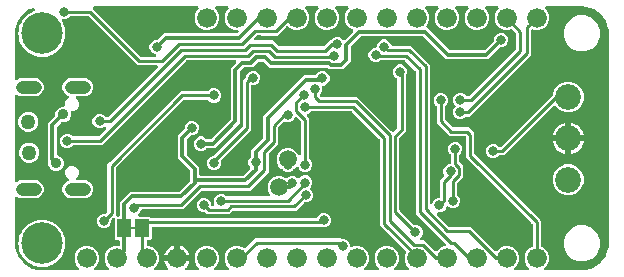
<source format=gbr>
G04 EAGLE Gerber RS-274X export*
G75*
%MOMM*%
%FSLAX34Y34*%
%LPD*%
%INBottom Copper*%
%IPPOS*%
%AMOC8*
5,1,8,0,0,1.08239X$1,22.5*%
G01*
%ADD10C,3.516000*%
%ADD11C,1.676400*%
%ADD12C,1.500000*%
%ADD13R,1.168400X1.600200*%
%ADD14R,0.635000X0.203200*%
%ADD15C,2.184400*%
%ADD16C,1.270000*%
%ADD17C,1.108000*%
%ADD18C,0.800100*%
%ADD19C,0.806400*%
%ADD20C,0.254000*%
%ADD21C,0.304800*%
%ADD22C,0.906400*%

G36*
X56004Y2558D02*
X56004Y2558D01*
X56143Y2571D01*
X56162Y2578D01*
X56182Y2581D01*
X56311Y2632D01*
X56442Y2679D01*
X56459Y2690D01*
X56478Y2698D01*
X56590Y2779D01*
X56705Y2857D01*
X56719Y2873D01*
X56735Y2884D01*
X56824Y2992D01*
X56916Y3096D01*
X56925Y3114D01*
X56938Y3129D01*
X56997Y3255D01*
X57060Y3379D01*
X57065Y3399D01*
X57073Y3417D01*
X57099Y3553D01*
X57130Y3689D01*
X57129Y3710D01*
X57133Y3729D01*
X57124Y3868D01*
X57120Y4007D01*
X57115Y4027D01*
X57113Y4047D01*
X57071Y4179D01*
X57032Y4313D01*
X57022Y4330D01*
X57015Y4349D01*
X56941Y4467D01*
X56870Y4587D01*
X56852Y4608D01*
X56845Y4618D01*
X56830Y4632D01*
X56764Y4707D01*
X54671Y6801D01*
X53085Y10628D01*
X53085Y14772D01*
X54671Y18599D01*
X57601Y21529D01*
X61428Y23115D01*
X65572Y23115D01*
X69399Y21529D01*
X72329Y18599D01*
X73915Y14772D01*
X73915Y10628D01*
X72329Y6801D01*
X70236Y4707D01*
X70151Y4598D01*
X70062Y4491D01*
X70054Y4472D01*
X70041Y4456D01*
X69986Y4328D01*
X69927Y4203D01*
X69923Y4183D01*
X69915Y4164D01*
X69893Y4026D01*
X69867Y3890D01*
X69868Y3870D01*
X69865Y3850D01*
X69878Y3711D01*
X69887Y3573D01*
X69893Y3554D01*
X69895Y3534D01*
X69942Y3402D01*
X69985Y3271D01*
X69996Y3253D01*
X70002Y3234D01*
X70080Y3119D01*
X70155Y3002D01*
X70170Y2988D01*
X70181Y2971D01*
X70285Y2879D01*
X70386Y2784D01*
X70404Y2774D01*
X70419Y2761D01*
X70544Y2697D01*
X70665Y2630D01*
X70685Y2625D01*
X70703Y2616D01*
X70838Y2586D01*
X70973Y2551D01*
X71001Y2549D01*
X71013Y2546D01*
X71033Y2547D01*
X71134Y2541D01*
X81266Y2541D01*
X81404Y2558D01*
X81543Y2571D01*
X81562Y2578D01*
X81582Y2581D01*
X81711Y2632D01*
X81842Y2679D01*
X81859Y2690D01*
X81878Y2698D01*
X81990Y2779D01*
X82105Y2857D01*
X82119Y2873D01*
X82135Y2884D01*
X82224Y2992D01*
X82316Y3096D01*
X82325Y3114D01*
X82338Y3129D01*
X82397Y3255D01*
X82460Y3379D01*
X82465Y3399D01*
X82473Y3417D01*
X82499Y3553D01*
X82530Y3689D01*
X82529Y3710D01*
X82533Y3729D01*
X82524Y3868D01*
X82520Y4007D01*
X82515Y4027D01*
X82513Y4047D01*
X82471Y4179D01*
X82432Y4313D01*
X82422Y4330D01*
X82415Y4349D01*
X82341Y4467D01*
X82270Y4587D01*
X82252Y4608D01*
X82245Y4618D01*
X82230Y4632D01*
X82164Y4707D01*
X80071Y6801D01*
X78485Y10628D01*
X78485Y14772D01*
X80071Y18599D01*
X83001Y21529D01*
X86828Y23115D01*
X90170Y23115D01*
X90288Y23130D01*
X90407Y23137D01*
X90445Y23150D01*
X90486Y23155D01*
X90596Y23198D01*
X90709Y23235D01*
X90744Y23257D01*
X90781Y23272D01*
X90877Y23341D01*
X90978Y23405D01*
X91006Y23435D01*
X91039Y23458D01*
X91115Y23550D01*
X91196Y23637D01*
X91216Y23672D01*
X91241Y23703D01*
X91292Y23811D01*
X91350Y23915D01*
X91360Y23955D01*
X91377Y23991D01*
X91399Y24108D01*
X91429Y24223D01*
X91433Y24283D01*
X91437Y24303D01*
X91435Y24324D01*
X91439Y24384D01*
X91439Y26797D01*
X91424Y26915D01*
X91417Y27034D01*
X91404Y27072D01*
X91399Y27113D01*
X91356Y27223D01*
X91319Y27336D01*
X91297Y27371D01*
X91282Y27408D01*
X91213Y27504D01*
X91149Y27605D01*
X91119Y27633D01*
X91096Y27666D01*
X91004Y27742D01*
X90917Y27823D01*
X90882Y27843D01*
X90851Y27868D01*
X90743Y27919D01*
X90639Y27977D01*
X90599Y27987D01*
X90563Y28004D01*
X90446Y28026D01*
X90331Y28056D01*
X90271Y28060D01*
X90251Y28064D01*
X90230Y28062D01*
X90170Y28066D01*
X88566Y28066D01*
X87375Y29257D01*
X87375Y45626D01*
X87358Y45764D01*
X87345Y45902D01*
X87338Y45921D01*
X87335Y45942D01*
X87284Y46071D01*
X87237Y46202D01*
X87226Y46218D01*
X87218Y46237D01*
X87137Y46350D01*
X87059Y46465D01*
X87043Y46478D01*
X87032Y46495D01*
X86924Y46583D01*
X86820Y46675D01*
X86802Y46685D01*
X86787Y46697D01*
X86661Y46757D01*
X86537Y46820D01*
X86517Y46824D01*
X86499Y46833D01*
X86362Y46859D01*
X86227Y46890D01*
X86206Y46889D01*
X86187Y46893D01*
X86048Y46884D01*
X85909Y46880D01*
X85889Y46874D01*
X85869Y46873D01*
X85737Y46830D01*
X85603Y46792D01*
X85586Y46781D01*
X85567Y46775D01*
X85449Y46701D01*
X85329Y46630D01*
X85308Y46611D01*
X85298Y46605D01*
X85284Y46590D01*
X85209Y46524D01*
X84510Y45825D01*
X84449Y45747D01*
X84381Y45675D01*
X84352Y45622D01*
X84315Y45574D01*
X84276Y45483D01*
X84228Y45396D01*
X84213Y45337D01*
X84189Y45282D01*
X84173Y45184D01*
X84148Y45088D01*
X84142Y44988D01*
X84139Y44968D01*
X84140Y44956D01*
X84138Y44928D01*
X84138Y43250D01*
X83220Y41032D01*
X81523Y39335D01*
X79305Y38417D01*
X76905Y38417D01*
X74687Y39335D01*
X72990Y41032D01*
X72072Y43250D01*
X72072Y45650D01*
X72990Y47868D01*
X74687Y49565D01*
X76905Y50483D01*
X78583Y50483D01*
X78681Y50496D01*
X78780Y50499D01*
X78838Y50515D01*
X78898Y50523D01*
X78990Y50560D01*
X79085Y50587D01*
X79137Y50618D01*
X79194Y50640D01*
X79274Y50698D01*
X79359Y50749D01*
X79435Y50815D01*
X79451Y50827D01*
X79459Y50836D01*
X79480Y50855D01*
X80527Y51901D01*
X80587Y51980D01*
X80655Y52052D01*
X80684Y52105D01*
X80721Y52153D01*
X80761Y52244D01*
X80809Y52330D01*
X80824Y52389D01*
X80848Y52445D01*
X80863Y52543D01*
X80888Y52638D01*
X80894Y52738D01*
X80898Y52759D01*
X80896Y52771D01*
X80898Y52799D01*
X80898Y92278D01*
X83353Y94733D01*
X83354Y94733D01*
X142799Y154179D01*
X165314Y154179D01*
X165412Y154191D01*
X165511Y154194D01*
X165569Y154211D01*
X165629Y154219D01*
X165721Y154255D01*
X165816Y154283D01*
X165869Y154313D01*
X165925Y154336D01*
X166005Y154394D01*
X166090Y154444D01*
X166166Y154510D01*
X166182Y154522D01*
X166190Y154532D01*
X166211Y154550D01*
X167397Y155737D01*
X169615Y156655D01*
X172015Y156655D01*
X174233Y155737D01*
X175930Y154040D01*
X176848Y151822D01*
X176848Y149422D01*
X175930Y147204D01*
X174233Y145507D01*
X172015Y144589D01*
X169615Y144589D01*
X167397Y145507D01*
X166211Y146694D01*
X166133Y146754D01*
X166061Y146822D01*
X166008Y146851D01*
X165960Y146888D01*
X165869Y146928D01*
X165782Y146976D01*
X165724Y146991D01*
X165668Y147015D01*
X165570Y147030D01*
X165474Y147055D01*
X165374Y147061D01*
X165354Y147065D01*
X165342Y147063D01*
X165314Y147065D01*
X146271Y147065D01*
X146173Y147053D01*
X146074Y147050D01*
X146016Y147033D01*
X145955Y147025D01*
X145863Y146989D01*
X145768Y146961D01*
X145716Y146931D01*
X145660Y146908D01*
X145580Y146850D01*
X145494Y146800D01*
X145419Y146734D01*
X145402Y146722D01*
X145395Y146712D01*
X145373Y146694D01*
X88383Y89704D01*
X88323Y89625D01*
X88255Y89553D01*
X88226Y89500D01*
X88189Y89452D01*
X88149Y89361D01*
X88101Y89275D01*
X88086Y89216D01*
X88062Y89160D01*
X88047Y89062D01*
X88022Y88967D01*
X88016Y88867D01*
X88012Y88846D01*
X88014Y88834D01*
X88012Y88806D01*
X88012Y49403D01*
X88027Y49285D01*
X88034Y49166D01*
X88047Y49128D01*
X88052Y49087D01*
X88095Y48977D01*
X88132Y48864D01*
X88154Y48829D01*
X88169Y48792D01*
X88238Y48696D01*
X88302Y48595D01*
X88332Y48567D01*
X88355Y48534D01*
X88447Y48458D01*
X88534Y48377D01*
X88569Y48357D01*
X88600Y48332D01*
X88708Y48281D01*
X88812Y48223D01*
X88852Y48213D01*
X88888Y48196D01*
X89005Y48174D01*
X89120Y48144D01*
X89180Y48140D01*
X89200Y48136D01*
X89221Y48138D01*
X89281Y48134D01*
X90170Y48134D01*
X90288Y48149D01*
X90407Y48156D01*
X90445Y48169D01*
X90486Y48174D01*
X90596Y48217D01*
X90709Y48254D01*
X90744Y48276D01*
X90781Y48291D01*
X90877Y48360D01*
X90978Y48424D01*
X91006Y48454D01*
X91039Y48477D01*
X91115Y48569D01*
X91196Y48656D01*
X91216Y48691D01*
X91241Y48722D01*
X91292Y48830D01*
X91350Y48934D01*
X91360Y48974D01*
X91377Y49010D01*
X91399Y49127D01*
X91429Y49242D01*
X91433Y49302D01*
X91437Y49322D01*
X91435Y49343D01*
X91439Y49403D01*
X91439Y60633D01*
X100022Y69216D01*
X141406Y69216D01*
X141504Y69228D01*
X141603Y69231D01*
X141661Y69248D01*
X141721Y69256D01*
X141813Y69292D01*
X141909Y69320D01*
X141961Y69350D01*
X142017Y69373D01*
X142097Y69431D01*
X142182Y69481D01*
X142258Y69547D01*
X142274Y69559D01*
X142282Y69569D01*
X142303Y69587D01*
X150758Y78042D01*
X150818Y78120D01*
X150886Y78192D01*
X150915Y78245D01*
X150952Y78293D01*
X150992Y78384D01*
X151040Y78471D01*
X151055Y78529D01*
X151079Y78585D01*
X151094Y78683D01*
X151119Y78779D01*
X151125Y78879D01*
X151129Y78899D01*
X151127Y78911D01*
X151129Y78939D01*
X151129Y86161D01*
X151117Y86259D01*
X151114Y86358D01*
X151097Y86416D01*
X151089Y86476D01*
X151053Y86568D01*
X151025Y86664D01*
X150995Y86716D01*
X150972Y86772D01*
X150914Y86852D01*
X150864Y86937D01*
X150798Y87013D01*
X150786Y87029D01*
X150776Y87037D01*
X150758Y87058D01*
X140334Y97482D01*
X140334Y116513D01*
X145995Y122174D01*
X146056Y122252D01*
X146124Y122325D01*
X146153Y122378D01*
X146190Y122425D01*
X146229Y122516D01*
X146277Y122603D01*
X146292Y122662D01*
X146316Y122717D01*
X146332Y122815D01*
X146357Y122911D01*
X146363Y123011D01*
X146366Y123031D01*
X146365Y123044D01*
X146367Y123072D01*
X146367Y124390D01*
X147285Y126608D01*
X148982Y128305D01*
X151200Y129223D01*
X153600Y129223D01*
X155818Y128305D01*
X157515Y126608D01*
X158433Y124390D01*
X158433Y121990D01*
X157515Y119772D01*
X155818Y118075D01*
X153600Y117157D01*
X152282Y117157D01*
X152184Y117144D01*
X152084Y117141D01*
X152026Y117125D01*
X151966Y117117D01*
X151874Y117080D01*
X151779Y117053D01*
X151727Y117022D01*
X151670Y117000D01*
X151590Y116942D01*
X151505Y116891D01*
X151430Y116825D01*
X151413Y116813D01*
X151405Y116804D01*
X151384Y116785D01*
X148327Y113728D01*
X148267Y113650D01*
X148199Y113578D01*
X148170Y113525D01*
X148133Y113477D01*
X148093Y113386D01*
X148045Y113299D01*
X148030Y113241D01*
X148006Y113185D01*
X147991Y113087D01*
X147966Y112991D01*
X147960Y112891D01*
X147956Y112871D01*
X147958Y112859D01*
X147956Y112831D01*
X147956Y101164D01*
X147968Y101066D01*
X147971Y100967D01*
X147988Y100909D01*
X147996Y100849D01*
X148032Y100757D01*
X148060Y100661D01*
X148090Y100609D01*
X148113Y100553D01*
X148171Y100473D01*
X148221Y100388D01*
X148287Y100312D01*
X148299Y100296D01*
X148309Y100288D01*
X148327Y100267D01*
X158751Y89843D01*
X158751Y83820D01*
X158766Y83702D01*
X158773Y83583D01*
X158786Y83545D01*
X158791Y83504D01*
X158834Y83394D01*
X158871Y83281D01*
X158893Y83246D01*
X158908Y83209D01*
X158977Y83113D01*
X159041Y83012D01*
X159071Y82984D01*
X159094Y82951D01*
X159186Y82875D01*
X159273Y82794D01*
X159308Y82774D01*
X159339Y82749D01*
X159447Y82698D01*
X159551Y82640D01*
X159591Y82630D01*
X159627Y82613D01*
X159744Y82591D01*
X159859Y82561D01*
X159919Y82557D01*
X159939Y82553D01*
X159960Y82555D01*
X160020Y82551D01*
X195381Y82551D01*
X195479Y82563D01*
X195578Y82566D01*
X195636Y82583D01*
X195696Y82591D01*
X195788Y82627D01*
X195884Y82655D01*
X195936Y82685D01*
X195992Y82708D01*
X196072Y82766D01*
X196157Y82816D01*
X196233Y82882D01*
X196249Y82894D01*
X196257Y82904D01*
X196278Y82922D01*
X201692Y88336D01*
X201765Y88430D01*
X201844Y88519D01*
X201862Y88555D01*
X201887Y88587D01*
X201934Y88696D01*
X201988Y88803D01*
X201997Y88842D01*
X202013Y88879D01*
X202032Y88997D01*
X202058Y89113D01*
X202057Y89153D01*
X202063Y89193D01*
X202052Y89312D01*
X202048Y89431D01*
X202037Y89469D01*
X202033Y89510D01*
X201993Y89622D01*
X201960Y89736D01*
X201939Y89771D01*
X201926Y89809D01*
X201859Y89908D01*
X201798Y90010D01*
X201758Y90055D01*
X201747Y90072D01*
X201732Y90086D01*
X201692Y90131D01*
X201260Y90562D01*
X200342Y92780D01*
X200342Y95180D01*
X201260Y97398D01*
X202192Y98330D01*
X202253Y98408D01*
X202321Y98480D01*
X202350Y98533D01*
X202387Y98581D01*
X202427Y98672D01*
X202475Y98759D01*
X202490Y98817D01*
X202514Y98873D01*
X202529Y98971D01*
X202554Y99067D01*
X202560Y99167D01*
X202564Y99187D01*
X202562Y99199D01*
X202564Y99227D01*
X202564Y104448D01*
X212353Y114237D01*
X212413Y114315D01*
X212481Y114387D01*
X212510Y114440D01*
X212547Y114488D01*
X212587Y114579D01*
X212635Y114666D01*
X212650Y114724D01*
X212674Y114780D01*
X212689Y114878D01*
X212714Y114974D01*
X212720Y115074D01*
X212724Y115094D01*
X212722Y115106D01*
X212724Y115134D01*
X212724Y132915D01*
X247450Y167641D01*
X256530Y167641D01*
X256559Y167644D01*
X256589Y167642D01*
X256717Y167664D01*
X256845Y167681D01*
X256873Y167691D01*
X256902Y167696D01*
X257020Y167750D01*
X257141Y167798D01*
X257165Y167815D01*
X257192Y167827D01*
X257293Y167908D01*
X257398Y167984D01*
X257417Y168007D01*
X257440Y168026D01*
X257518Y168129D01*
X257601Y168229D01*
X257614Y168256D01*
X257632Y168280D01*
X257703Y168424D01*
X257749Y168535D01*
X259455Y170241D01*
X261684Y171165D01*
X264096Y171165D01*
X266325Y170241D01*
X268031Y168535D01*
X268955Y166306D01*
X268955Y163894D01*
X268031Y161665D01*
X266325Y159959D01*
X264096Y159035D01*
X263729Y159035D01*
X263680Y159029D01*
X263630Y159031D01*
X263523Y159009D01*
X263414Y158995D01*
X263368Y158977D01*
X263319Y158967D01*
X263220Y158919D01*
X263118Y158878D01*
X263078Y158849D01*
X263033Y158827D01*
X262950Y158756D01*
X262861Y158692D01*
X262829Y158653D01*
X262791Y158621D01*
X262728Y158531D01*
X262658Y158447D01*
X262637Y158402D01*
X262608Y158361D01*
X262569Y158258D01*
X262522Y158159D01*
X262513Y158110D01*
X262495Y158064D01*
X262483Y157954D01*
X262463Y157847D01*
X262466Y157797D01*
X262460Y157748D01*
X262476Y157639D01*
X262482Y157529D01*
X262498Y157482D01*
X262505Y157433D01*
X262557Y157280D01*
X262605Y157164D01*
X262605Y154752D01*
X261681Y152523D01*
X261066Y151907D01*
X260993Y151813D01*
X260914Y151724D01*
X260896Y151688D01*
X260871Y151656D01*
X260824Y151546D01*
X260770Y151440D01*
X260761Y151401D01*
X260745Y151364D01*
X260726Y151246D01*
X260700Y151130D01*
X260701Y151090D01*
X260695Y151050D01*
X260706Y150931D01*
X260710Y150812D01*
X260721Y150774D01*
X260725Y150733D01*
X260765Y150621D01*
X260798Y150507D01*
X260818Y150472D01*
X260832Y150434D01*
X260899Y150335D01*
X260960Y150233D01*
X260999Y150188D01*
X261011Y150171D01*
X261026Y150157D01*
X261066Y150112D01*
X261548Y149630D01*
X261626Y149570D01*
X261698Y149502D01*
X261751Y149473D01*
X261799Y149435D01*
X261890Y149396D01*
X261976Y149348D01*
X262035Y149333D01*
X262091Y149309D01*
X262189Y149294D01*
X262284Y149269D01*
X262385Y149262D01*
X262405Y149259D01*
X262417Y149260D01*
X262445Y149259D01*
X292491Y149259D01*
X320888Y120863D01*
X321603Y120148D01*
X321697Y120074D01*
X321786Y119996D01*
X321822Y119977D01*
X321854Y119953D01*
X321963Y119905D01*
X322069Y119851D01*
X322109Y119842D01*
X322146Y119826D01*
X322263Y119808D01*
X322380Y119781D01*
X322420Y119783D01*
X322460Y119776D01*
X322578Y119788D01*
X322697Y119791D01*
X322736Y119802D01*
X322776Y119806D01*
X322889Y119847D01*
X323003Y119880D01*
X323038Y119900D01*
X323076Y119914D01*
X323174Y119981D01*
X323277Y120041D01*
X323322Y120081D01*
X323339Y120092D01*
X323352Y120108D01*
X323398Y120148D01*
X323511Y120261D01*
X326112Y122862D01*
X326172Y122940D01*
X326240Y123012D01*
X326269Y123065D01*
X326307Y123113D01*
X326346Y123204D01*
X326394Y123290D01*
X326409Y123349D01*
X326433Y123405D01*
X326448Y123503D01*
X326473Y123598D01*
X326479Y123698D01*
X326483Y123719D01*
X326482Y123731D01*
X326483Y123759D01*
X326483Y164181D01*
X326480Y164211D01*
X326482Y164240D01*
X326460Y164368D01*
X326443Y164497D01*
X326433Y164524D01*
X326428Y164554D01*
X326374Y164672D01*
X326326Y164793D01*
X326309Y164817D01*
X326297Y164844D01*
X326216Y164945D01*
X326140Y165050D01*
X326117Y165069D01*
X326098Y165092D01*
X325995Y165170D01*
X325895Y165253D01*
X325868Y165265D01*
X325844Y165283D01*
X325700Y165354D01*
X324929Y165674D01*
X323223Y167380D01*
X322299Y169609D01*
X322299Y172021D01*
X323223Y174250D01*
X324929Y175956D01*
X327158Y176880D01*
X329570Y176880D01*
X331799Y175956D01*
X333505Y174250D01*
X334429Y172021D01*
X334429Y169609D01*
X333693Y167833D01*
X333691Y167824D01*
X333686Y167816D01*
X333649Y167671D01*
X333609Y167527D01*
X333609Y167517D01*
X333607Y167508D01*
X333597Y167348D01*
X333597Y120287D01*
X328541Y115231D01*
X328480Y115152D01*
X328412Y115080D01*
X328383Y115027D01*
X328346Y114979D01*
X328306Y114888D01*
X328259Y114802D01*
X328243Y114743D01*
X328219Y114688D01*
X328204Y114590D01*
X328179Y114494D01*
X328173Y114394D01*
X328169Y114373D01*
X328171Y114361D01*
X328169Y114333D01*
X328169Y54022D01*
X328181Y53924D01*
X328184Y53825D01*
X328201Y53766D01*
X328209Y53706D01*
X328245Y53614D01*
X328273Y53519D01*
X328303Y53467D01*
X328326Y53411D01*
X328384Y53331D01*
X328434Y53245D01*
X328501Y53170D01*
X328513Y53153D01*
X328522Y53146D01*
X328541Y53124D01*
X340318Y41346D01*
X340397Y41286D01*
X340469Y41218D01*
X340522Y41189D01*
X340570Y41152D01*
X340661Y41112D01*
X340747Y41064D01*
X340806Y41049D01*
X340862Y41025D01*
X340960Y41010D01*
X341055Y40985D01*
X341155Y40979D01*
X341176Y40975D01*
X341188Y40977D01*
X341216Y40975D01*
X342931Y40975D01*
X345160Y40051D01*
X346866Y38345D01*
X347790Y36116D01*
X347790Y33704D01*
X346866Y31475D01*
X345499Y30107D01*
X345414Y29998D01*
X345325Y29891D01*
X345317Y29872D01*
X345304Y29856D01*
X345249Y29728D01*
X345190Y29603D01*
X345186Y29583D01*
X345178Y29564D01*
X345156Y29426D01*
X345130Y29290D01*
X345131Y29270D01*
X345128Y29250D01*
X345141Y29111D01*
X345150Y28973D01*
X345156Y28954D01*
X345158Y28934D01*
X345205Y28802D01*
X345248Y28671D01*
X345259Y28653D01*
X345266Y28634D01*
X345344Y28519D01*
X345418Y28402D01*
X345433Y28388D01*
X345444Y28371D01*
X345548Y28279D01*
X345650Y28184D01*
X345667Y28174D01*
X345683Y28161D01*
X345807Y28097D01*
X345928Y28030D01*
X345948Y28025D01*
X345966Y28016D01*
X346102Y27986D01*
X346236Y27951D01*
X346264Y27949D01*
X346276Y27946D01*
X346297Y27947D01*
X346397Y27941D01*
X349213Y27941D01*
X351668Y25486D01*
X351668Y25485D01*
X358115Y19039D01*
X358209Y18966D01*
X358298Y18887D01*
X358334Y18869D01*
X358366Y18844D01*
X358476Y18796D01*
X358582Y18742D01*
X358621Y18733D01*
X358658Y18717D01*
X358776Y18699D01*
X358892Y18673D01*
X358932Y18674D01*
X358972Y18668D01*
X359091Y18679D01*
X359210Y18682D01*
X359249Y18694D01*
X359289Y18697D01*
X359401Y18738D01*
X359515Y18771D01*
X359550Y18791D01*
X359588Y18805D01*
X359687Y18872D01*
X359789Y18932D01*
X359834Y18972D01*
X359851Y18984D01*
X359865Y18999D01*
X359910Y19039D01*
X362401Y21529D01*
X366252Y23125D01*
X366312Y23132D01*
X366450Y23145D01*
X366470Y23152D01*
X366490Y23155D01*
X366619Y23206D01*
X366750Y23253D01*
X366767Y23264D01*
X366785Y23272D01*
X366897Y23353D01*
X367013Y23431D01*
X367026Y23447D01*
X367043Y23458D01*
X367131Y23566D01*
X367223Y23670D01*
X367233Y23688D01*
X367245Y23703D01*
X367305Y23829D01*
X367368Y23953D01*
X367372Y23973D01*
X367381Y23991D01*
X367407Y24127D01*
X367438Y24263D01*
X367437Y24284D01*
X367441Y24303D01*
X367432Y24442D01*
X367428Y24581D01*
X367422Y24601D01*
X367421Y24621D01*
X367378Y24753D01*
X367340Y24887D01*
X367329Y24904D01*
X367323Y24923D01*
X367249Y25041D01*
X367178Y25161D01*
X367159Y25182D01*
X367153Y25192D01*
X367138Y25206D01*
X367072Y25281D01*
X341883Y50470D01*
X341883Y170721D01*
X341871Y170819D01*
X341868Y170918D01*
X341851Y170976D01*
X341843Y171037D01*
X341807Y171129D01*
X341779Y171224D01*
X341749Y171276D01*
X341726Y171332D01*
X341668Y171412D01*
X341618Y171498D01*
X341552Y171573D01*
X341540Y171590D01*
X341530Y171597D01*
X341512Y171619D01*
X332909Y180222D01*
X332830Y180282D01*
X332758Y180350D01*
X332705Y180379D01*
X332657Y180416D01*
X332566Y180456D01*
X332480Y180504D01*
X332421Y180519D01*
X332365Y180543D01*
X332267Y180558D01*
X332172Y180583D01*
X332072Y180589D01*
X332051Y180593D01*
X332039Y180591D01*
X332011Y180593D01*
X312505Y180593D01*
X312407Y180581D01*
X312308Y180578D01*
X312249Y180561D01*
X312189Y180553D01*
X312097Y180517D01*
X312002Y180489D01*
X311950Y180459D01*
X311894Y180436D01*
X311814Y180378D01*
X311728Y180328D01*
X311653Y180262D01*
X311636Y180250D01*
X311629Y180240D01*
X311607Y180222D01*
X311410Y180025D01*
X309181Y179101D01*
X306769Y179101D01*
X304540Y180025D01*
X302834Y181731D01*
X301910Y183960D01*
X301910Y186372D01*
X302834Y188601D01*
X304540Y190307D01*
X306769Y191231D01*
X308097Y191231D01*
X308216Y191246D01*
X308334Y191253D01*
X308373Y191266D01*
X308413Y191271D01*
X308524Y191314D01*
X308637Y191351D01*
X308671Y191373D01*
X308709Y191388D01*
X308805Y191457D01*
X308906Y191521D01*
X308933Y191551D01*
X308966Y191574D01*
X309042Y191666D01*
X309124Y191753D01*
X309143Y191788D01*
X309169Y191819D01*
X309220Y191927D01*
X309277Y192031D01*
X309287Y192071D01*
X309304Y192107D01*
X309327Y192224D01*
X309357Y192339D01*
X309360Y192399D01*
X309364Y192419D01*
X309363Y192440D01*
X309367Y192500D01*
X309367Y193194D01*
X310290Y195423D01*
X311996Y197129D01*
X314225Y198052D01*
X316638Y198052D01*
X318867Y197129D01*
X320573Y195423D01*
X321445Y193316D01*
X321460Y193291D01*
X321469Y193263D01*
X321539Y193153D01*
X321603Y193040D01*
X321624Y193019D01*
X321639Y192994D01*
X321734Y192905D01*
X321824Y192812D01*
X321849Y192796D01*
X321871Y192776D01*
X321985Y192713D01*
X322095Y192645D01*
X322124Y192637D01*
X322149Y192622D01*
X322275Y192590D01*
X322399Y192552D01*
X322429Y192550D01*
X322457Y192543D01*
X322618Y192533D01*
X338117Y192533D01*
X353823Y176827D01*
X353823Y60037D01*
X353831Y59967D01*
X353830Y59897D01*
X353851Y59810D01*
X353863Y59721D01*
X353888Y59656D01*
X353905Y59588D01*
X353947Y59509D01*
X353980Y59425D01*
X354021Y59369D01*
X354053Y59307D01*
X354114Y59241D01*
X354166Y59168D01*
X354220Y59123D01*
X354267Y59072D01*
X354342Y59022D01*
X354411Y58965D01*
X354475Y58935D01*
X354533Y58897D01*
X354618Y58868D01*
X354699Y58830D01*
X354768Y58817D01*
X354834Y58794D01*
X354923Y58787D01*
X355011Y58770D01*
X355081Y58774D01*
X355151Y58769D01*
X355239Y58784D01*
X355329Y58790D01*
X355395Y58811D01*
X355464Y58823D01*
X355546Y58860D01*
X355631Y58888D01*
X355690Y58925D01*
X355754Y58954D01*
X355824Y59010D01*
X355900Y59058D01*
X355948Y59109D01*
X356002Y59152D01*
X356057Y59224D01*
X356118Y59289D01*
X356152Y59350D01*
X356194Y59406D01*
X356265Y59551D01*
X356904Y61093D01*
X358610Y62799D01*
X360839Y63723D01*
X361029Y63723D01*
X361147Y63738D01*
X361266Y63745D01*
X361304Y63758D01*
X361345Y63763D01*
X361455Y63806D01*
X361568Y63843D01*
X361603Y63865D01*
X361640Y63880D01*
X361736Y63949D01*
X361837Y64013D01*
X361865Y64043D01*
X361898Y64066D01*
X361974Y64158D01*
X362055Y64245D01*
X362075Y64280D01*
X362100Y64311D01*
X362151Y64419D01*
X362209Y64523D01*
X362219Y64563D01*
X362236Y64599D01*
X362258Y64716D01*
X362288Y64831D01*
X362292Y64891D01*
X362296Y64911D01*
X362294Y64932D01*
X362298Y64992D01*
X362298Y79038D01*
X365690Y82430D01*
X365708Y82453D01*
X365731Y82473D01*
X365806Y82579D01*
X365885Y82681D01*
X365897Y82709D01*
X365914Y82733D01*
X365960Y82854D01*
X366012Y82973D01*
X366016Y83002D01*
X366027Y83030D01*
X366041Y83159D01*
X366061Y83287D01*
X366059Y83317D01*
X366062Y83346D01*
X366044Y83475D01*
X366032Y83604D01*
X366022Y83632D01*
X366017Y83661D01*
X365965Y83813D01*
X365410Y85154D01*
X365410Y87566D01*
X366334Y89795D01*
X368040Y91501D01*
X370269Y92425D01*
X370459Y92425D01*
X370577Y92440D01*
X370696Y92447D01*
X370734Y92460D01*
X370775Y92465D01*
X370885Y92508D01*
X370998Y92545D01*
X371033Y92567D01*
X371070Y92582D01*
X371166Y92651D01*
X371267Y92715D01*
X371295Y92745D01*
X371328Y92768D01*
X371404Y92860D01*
X371485Y92947D01*
X371505Y92982D01*
X371530Y93013D01*
X371581Y93121D01*
X371639Y93225D01*
X371649Y93265D01*
X371666Y93301D01*
X371688Y93418D01*
X371718Y93533D01*
X371722Y93593D01*
X371726Y93613D01*
X371724Y93634D01*
X371728Y93694D01*
X371728Y99864D01*
X371716Y99962D01*
X371713Y100061D01*
X371696Y100120D01*
X371688Y100180D01*
X371652Y100272D01*
X371624Y100367D01*
X371594Y100419D01*
X371571Y100475D01*
X371513Y100555D01*
X371463Y100641D01*
X371397Y100716D01*
X371385Y100733D01*
X371375Y100740D01*
X371357Y100762D01*
X370144Y101975D01*
X369220Y104204D01*
X369220Y106616D01*
X370144Y108845D01*
X371850Y110551D01*
X374079Y111475D01*
X376491Y111475D01*
X378720Y110551D01*
X380426Y108845D01*
X381350Y106616D01*
X381350Y104204D01*
X380426Y101975D01*
X379213Y100762D01*
X379153Y100683D01*
X379085Y100611D01*
X379056Y100558D01*
X379019Y100510D01*
X378979Y100419D01*
X378931Y100333D01*
X378916Y100274D01*
X378892Y100219D01*
X378877Y100121D01*
X378852Y100025D01*
X378846Y99925D01*
X378842Y99904D01*
X378844Y99892D01*
X378842Y99864D01*
X378842Y94921D01*
X378854Y94823D01*
X378857Y94724D01*
X378874Y94665D01*
X378882Y94605D01*
X378918Y94513D01*
X378946Y94418D01*
X378976Y94366D01*
X378999Y94310D01*
X379057Y94230D01*
X379107Y94144D01*
X379173Y94069D01*
X379185Y94052D01*
X379195Y94045D01*
X379213Y94023D01*
X382366Y90871D01*
X382366Y81849D01*
X377308Y76792D01*
X377248Y76713D01*
X377180Y76641D01*
X377151Y76588D01*
X377114Y76540D01*
X377074Y76449D01*
X377026Y76363D01*
X377011Y76304D01*
X376987Y76249D01*
X376972Y76151D01*
X376947Y76055D01*
X376941Y75955D01*
X376937Y75934D01*
X376939Y75922D01*
X376937Y75894D01*
X376937Y67141D01*
X376949Y67043D01*
X376952Y66944D01*
X376969Y66885D01*
X376977Y66825D01*
X377013Y66733D01*
X377041Y66638D01*
X377071Y66586D01*
X377094Y66530D01*
X377152Y66450D01*
X377202Y66364D01*
X377268Y66289D01*
X377280Y66272D01*
X377290Y66265D01*
X377308Y66243D01*
X378521Y65030D01*
X379445Y62801D01*
X379445Y60389D01*
X378521Y58160D01*
X376815Y56454D01*
X374586Y55530D01*
X372174Y55530D01*
X369933Y56458D01*
X369918Y56474D01*
X369826Y56535D01*
X369740Y56602D01*
X369694Y56622D01*
X369653Y56649D01*
X369549Y56685D01*
X369448Y56729D01*
X369399Y56736D01*
X369352Y56752D01*
X369242Y56761D01*
X369134Y56778D01*
X369084Y56774D01*
X369035Y56778D01*
X368926Y56759D01*
X368817Y56749D01*
X368770Y56732D01*
X368721Y56723D01*
X368621Y56678D01*
X368518Y56641D01*
X368477Y56613D01*
X368431Y56593D01*
X368346Y56524D01*
X368255Y56462D01*
X368222Y56425D01*
X368183Y56394D01*
X368117Y56306D01*
X368044Y56224D01*
X368022Y56180D01*
X367992Y56140D01*
X367921Y55995D01*
X367186Y54223D01*
X365480Y52517D01*
X363251Y51593D01*
X360879Y51593D01*
X360741Y51576D01*
X360603Y51563D01*
X360584Y51556D01*
X360564Y51553D01*
X360434Y51502D01*
X360303Y51455D01*
X360287Y51444D01*
X360268Y51436D01*
X360155Y51355D01*
X360040Y51277D01*
X360027Y51261D01*
X360010Y51250D01*
X359922Y51142D01*
X359830Y51038D01*
X359821Y51020D01*
X359808Y51005D01*
X359749Y50879D01*
X359685Y50755D01*
X359681Y50735D01*
X359672Y50717D01*
X359646Y50581D01*
X359616Y50445D01*
X359616Y50424D01*
X359612Y50405D01*
X359621Y50266D01*
X359625Y50127D01*
X359631Y50107D01*
X359632Y50087D01*
X359675Y49955D01*
X359714Y49821D01*
X359724Y49804D01*
X359730Y49785D01*
X359804Y49667D01*
X359875Y49547D01*
X359894Y49526D01*
X359900Y49516D01*
X359915Y49502D01*
X359982Y49427D01*
X369920Y39488D01*
X369998Y39428D01*
X370070Y39360D01*
X370123Y39331D01*
X370171Y39294D01*
X370262Y39254D01*
X370348Y39206D01*
X370407Y39191D01*
X370463Y39167D01*
X370561Y39152D01*
X370656Y39127D01*
X370756Y39121D01*
X370777Y39117D01*
X370789Y39119D01*
X370817Y39117D01*
X388837Y39117D01*
X391292Y36661D01*
X408915Y19039D01*
X409009Y18966D01*
X409098Y18887D01*
X409134Y18869D01*
X409166Y18844D01*
X409276Y18796D01*
X409382Y18742D01*
X409421Y18733D01*
X409458Y18717D01*
X409576Y18699D01*
X409692Y18673D01*
X409732Y18674D01*
X409772Y18668D01*
X409891Y18679D01*
X410010Y18682D01*
X410049Y18694D01*
X410089Y18697D01*
X410201Y18738D01*
X410315Y18771D01*
X410350Y18791D01*
X410388Y18805D01*
X410487Y18872D01*
X410589Y18932D01*
X410634Y18972D01*
X410651Y18984D01*
X410665Y18999D01*
X410710Y19039D01*
X413201Y21529D01*
X417028Y23115D01*
X421172Y23115D01*
X424999Y21529D01*
X427929Y18599D01*
X429515Y14772D01*
X429515Y10628D01*
X427929Y6801D01*
X425836Y4707D01*
X425751Y4598D01*
X425662Y4491D01*
X425654Y4472D01*
X425641Y4456D01*
X425586Y4328D01*
X425527Y4203D01*
X425523Y4183D01*
X425515Y4164D01*
X425493Y4026D01*
X425467Y3890D01*
X425468Y3870D01*
X425465Y3850D01*
X425478Y3711D01*
X425487Y3573D01*
X425493Y3554D01*
X425495Y3534D01*
X425542Y3402D01*
X425585Y3271D01*
X425596Y3253D01*
X425602Y3234D01*
X425680Y3119D01*
X425755Y3002D01*
X425770Y2988D01*
X425781Y2971D01*
X425885Y2879D01*
X425986Y2784D01*
X426004Y2774D01*
X426019Y2761D01*
X426144Y2697D01*
X426265Y2630D01*
X426285Y2625D01*
X426303Y2616D01*
X426438Y2586D01*
X426573Y2551D01*
X426601Y2549D01*
X426613Y2546D01*
X426633Y2547D01*
X426734Y2541D01*
X436866Y2541D01*
X437004Y2558D01*
X437143Y2571D01*
X437162Y2578D01*
X437182Y2581D01*
X437311Y2632D01*
X437442Y2679D01*
X437459Y2690D01*
X437478Y2698D01*
X437590Y2779D01*
X437705Y2857D01*
X437719Y2873D01*
X437735Y2884D01*
X437824Y2992D01*
X437916Y3096D01*
X437925Y3114D01*
X437938Y3129D01*
X437997Y3255D01*
X438060Y3379D01*
X438065Y3399D01*
X438073Y3417D01*
X438099Y3553D01*
X438130Y3689D01*
X438129Y3710D01*
X438133Y3729D01*
X438124Y3868D01*
X438120Y4007D01*
X438115Y4027D01*
X438113Y4047D01*
X438071Y4179D01*
X438032Y4313D01*
X438022Y4330D01*
X438015Y4349D01*
X437941Y4467D01*
X437870Y4587D01*
X437852Y4608D01*
X437845Y4618D01*
X437830Y4632D01*
X437764Y4707D01*
X435671Y6801D01*
X434085Y10628D01*
X434085Y14772D01*
X435671Y18599D01*
X438601Y21529D01*
X440160Y22175D01*
X440185Y22190D01*
X440213Y22199D01*
X440323Y22268D01*
X440436Y22333D01*
X440457Y22353D01*
X440482Y22369D01*
X440571Y22464D01*
X440664Y22554D01*
X440680Y22579D01*
X440700Y22601D01*
X440763Y22714D01*
X440831Y22825D01*
X440839Y22853D01*
X440854Y22879D01*
X440886Y23005D01*
X440924Y23129D01*
X440926Y23158D01*
X440933Y23187D01*
X440943Y23348D01*
X440943Y41181D01*
X440931Y41279D01*
X440928Y41378D01*
X440911Y41436D01*
X440903Y41497D01*
X440867Y41589D01*
X440839Y41684D01*
X440809Y41736D01*
X440786Y41792D01*
X440728Y41872D01*
X440678Y41958D01*
X440612Y42033D01*
X440600Y42050D01*
X440590Y42057D01*
X440572Y42079D01*
X384428Y98222D01*
X384428Y115189D01*
X384413Y115307D01*
X384406Y115426D01*
X384393Y115464D01*
X384388Y115505D01*
X384345Y115615D01*
X384308Y115728D01*
X384286Y115763D01*
X384271Y115800D01*
X384202Y115896D01*
X384138Y115997D01*
X384108Y116025D01*
X384085Y116058D01*
X383993Y116134D01*
X383906Y116215D01*
X383871Y116235D01*
X383840Y116260D01*
X383732Y116311D01*
X383628Y116369D01*
X383588Y116379D01*
X383552Y116396D01*
X383435Y116418D01*
X383320Y116448D01*
X383260Y116452D01*
X383240Y116456D01*
X383219Y116454D01*
X383159Y116458D01*
X370637Y116458D01*
X359663Y127432D01*
X359663Y140842D01*
X359651Y140940D01*
X359648Y141039D01*
X359631Y141098D01*
X359623Y141158D01*
X359587Y141250D01*
X359559Y141345D01*
X359529Y141397D01*
X359506Y141453D01*
X359448Y141533D01*
X359398Y141619D01*
X359332Y141694D01*
X359320Y141711D01*
X359310Y141718D01*
X359292Y141740D01*
X358079Y142953D01*
X357155Y145182D01*
X357155Y147594D01*
X358079Y149823D01*
X359785Y151529D01*
X362014Y152453D01*
X364426Y152453D01*
X366655Y151529D01*
X368361Y149823D01*
X369285Y147594D01*
X369285Y145182D01*
X368361Y142953D01*
X367148Y141740D01*
X367088Y141661D01*
X367020Y141589D01*
X366991Y141536D01*
X366954Y141488D01*
X366914Y141397D01*
X366866Y141311D01*
X366851Y141252D01*
X366827Y141197D01*
X366812Y141099D01*
X366787Y141003D01*
X366781Y140903D01*
X366777Y140882D01*
X366779Y140870D01*
X366777Y140842D01*
X366777Y130904D01*
X366789Y130806D01*
X366792Y130707D01*
X366809Y130649D01*
X366817Y130588D01*
X366853Y130496D01*
X366881Y130401D01*
X366911Y130349D01*
X366934Y130293D01*
X366992Y130213D01*
X367042Y130127D01*
X367108Y130052D01*
X367120Y130035D01*
X367130Y130028D01*
X367148Y130006D01*
X373211Y123943D01*
X373290Y123883D01*
X373362Y123815D01*
X373415Y123786D01*
X373463Y123749D01*
X373554Y123709D01*
X373640Y123661D01*
X373699Y123646D01*
X373755Y123622D01*
X373853Y123607D01*
X373948Y123582D01*
X374048Y123576D01*
X374069Y123572D01*
X374081Y123574D01*
X374109Y123572D01*
X386918Y123572D01*
X391542Y118948D01*
X391542Y101694D01*
X391554Y101596D01*
X391557Y101497D01*
X391574Y101439D01*
X391582Y101378D01*
X391618Y101286D01*
X391646Y101191D01*
X391676Y101139D01*
X391699Y101083D01*
X391757Y101003D01*
X391807Y100917D01*
X391873Y100842D01*
X391885Y100825D01*
X391895Y100818D01*
X391913Y100796D01*
X448057Y44653D01*
X448057Y23348D01*
X448060Y23318D01*
X448058Y23289D01*
X448080Y23161D01*
X448097Y23032D01*
X448107Y23005D01*
X448112Y22976D01*
X448166Y22857D01*
X448214Y22736D01*
X448231Y22713D01*
X448243Y22686D01*
X448324Y22584D01*
X448400Y22479D01*
X448423Y22460D01*
X448442Y22437D01*
X448545Y22359D01*
X448645Y22276D01*
X448672Y22264D01*
X448696Y22246D01*
X448840Y22175D01*
X450399Y21529D01*
X453329Y18599D01*
X454915Y14772D01*
X454915Y10628D01*
X453329Y6801D01*
X451236Y4707D01*
X451151Y4598D01*
X451062Y4491D01*
X451054Y4472D01*
X451041Y4456D01*
X450986Y4328D01*
X450927Y4203D01*
X450923Y4183D01*
X450915Y4164D01*
X450893Y4026D01*
X450867Y3890D01*
X450868Y3870D01*
X450865Y3850D01*
X450878Y3711D01*
X450887Y3573D01*
X450893Y3554D01*
X450895Y3534D01*
X450942Y3402D01*
X450985Y3271D01*
X450996Y3253D01*
X451002Y3234D01*
X451080Y3119D01*
X451155Y3002D01*
X451170Y2988D01*
X451181Y2971D01*
X451285Y2879D01*
X451386Y2784D01*
X451404Y2774D01*
X451419Y2761D01*
X451544Y2697D01*
X451665Y2630D01*
X451685Y2625D01*
X451703Y2616D01*
X451838Y2586D01*
X451973Y2551D01*
X452001Y2549D01*
X452013Y2546D01*
X452033Y2547D01*
X452134Y2541D01*
X482600Y2541D01*
X482622Y2543D01*
X482700Y2545D01*
X486077Y2810D01*
X486145Y2824D01*
X486214Y2829D01*
X486370Y2869D01*
X492794Y4956D01*
X492901Y5006D01*
X493012Y5050D01*
X493063Y5083D01*
X493082Y5091D01*
X493097Y5104D01*
X493148Y5136D01*
X498612Y9107D01*
X498699Y9188D01*
X498746Y9227D01*
X498752Y9231D01*
X498753Y9232D01*
X498791Y9264D01*
X498829Y9310D01*
X498844Y9324D01*
X498855Y9342D01*
X498893Y9388D01*
X502864Y14852D01*
X502921Y14956D01*
X502985Y15056D01*
X503007Y15113D01*
X503017Y15131D01*
X503022Y15151D01*
X503044Y15206D01*
X505131Y21630D01*
X505144Y21698D01*
X505167Y21764D01*
X505190Y21923D01*
X505455Y25300D01*
X505455Y25304D01*
X505456Y25307D01*
X505455Y25326D01*
X505459Y25400D01*
X505459Y203200D01*
X505457Y203222D01*
X505455Y203300D01*
X505190Y206677D01*
X505176Y206745D01*
X505171Y206814D01*
X505131Y206970D01*
X503044Y213394D01*
X502994Y213501D01*
X502950Y213612D01*
X502917Y213663D01*
X502909Y213682D01*
X502896Y213697D01*
X502864Y213748D01*
X498893Y219212D01*
X498812Y219299D01*
X498736Y219391D01*
X498690Y219429D01*
X498676Y219444D01*
X498658Y219455D01*
X498612Y219493D01*
X493148Y223464D01*
X493044Y223521D01*
X492944Y223585D01*
X492887Y223607D01*
X492869Y223617D01*
X492849Y223622D01*
X492794Y223644D01*
X486370Y225731D01*
X486302Y225744D01*
X486236Y225767D01*
X486077Y225790D01*
X482700Y226055D01*
X482678Y226054D01*
X482600Y226059D01*
X452769Y226059D01*
X452631Y226042D01*
X452492Y226029D01*
X452473Y226022D01*
X452453Y226019D01*
X452324Y225968D01*
X452193Y225921D01*
X452176Y225910D01*
X452157Y225902D01*
X452045Y225821D01*
X451930Y225743D01*
X451916Y225727D01*
X451900Y225716D01*
X451811Y225608D01*
X451719Y225504D01*
X451710Y225486D01*
X451697Y225471D01*
X451638Y225345D01*
X451575Y225221D01*
X451570Y225201D01*
X451562Y225183D01*
X451536Y225046D01*
X451505Y224911D01*
X451506Y224890D01*
X451502Y224871D01*
X451511Y224732D01*
X451515Y224593D01*
X451520Y224573D01*
X451522Y224553D01*
X451564Y224421D01*
X451603Y224287D01*
X451613Y224270D01*
X451620Y224251D01*
X451694Y224133D01*
X451765Y224013D01*
X451783Y223992D01*
X451790Y223982D01*
X451805Y223968D01*
X451871Y223893D01*
X453329Y222434D01*
X454915Y218607D01*
X454915Y214463D01*
X453329Y210636D01*
X450399Y207706D01*
X446572Y206120D01*
X442428Y206120D01*
X441557Y206481D01*
X441509Y206494D01*
X441464Y206516D01*
X441356Y206536D01*
X441250Y206565D01*
X441200Y206566D01*
X441151Y206575D01*
X441042Y206569D01*
X440932Y206570D01*
X440884Y206559D01*
X440834Y206556D01*
X440730Y206522D01*
X440623Y206496D01*
X440579Y206473D01*
X440532Y206458D01*
X440439Y206399D01*
X440342Y206347D01*
X440305Y206314D01*
X440263Y206287D01*
X440188Y206207D01*
X440106Y206134D01*
X440079Y206092D01*
X440045Y206056D01*
X439992Y205960D01*
X439932Y205868D01*
X439915Y205821D01*
X439891Y205777D01*
X439864Y205671D01*
X439828Y205567D01*
X439824Y205517D01*
X439812Y205469D01*
X439802Y205309D01*
X439802Y185217D01*
X387394Y132809D01*
X385276Y132809D01*
X385178Y132797D01*
X385079Y132794D01*
X385020Y132777D01*
X384960Y132769D01*
X384868Y132733D01*
X384773Y132705D01*
X384721Y132675D01*
X384665Y132652D01*
X384585Y132594D01*
X384499Y132544D01*
X384424Y132478D01*
X384407Y132466D01*
X384400Y132456D01*
X384378Y132438D01*
X383165Y131225D01*
X380936Y130301D01*
X378524Y130301D01*
X376295Y131225D01*
X374589Y132931D01*
X373665Y135160D01*
X373665Y137572D01*
X374589Y139801D01*
X375450Y140663D01*
X375523Y140757D01*
X375602Y140846D01*
X375620Y140882D01*
X375645Y140914D01*
X375692Y141024D01*
X375747Y141130D01*
X375755Y141169D01*
X375771Y141206D01*
X375790Y141324D01*
X375816Y141440D01*
X375815Y141480D01*
X375821Y141520D01*
X375810Y141639D01*
X375807Y141758D01*
X375795Y141797D01*
X375791Y141837D01*
X375751Y141949D01*
X375718Y142063D01*
X375698Y142098D01*
X375684Y142136D01*
X375617Y142235D01*
X375557Y142337D01*
X375517Y142382D01*
X375505Y142399D01*
X375490Y142413D01*
X375450Y142458D01*
X374670Y143239D01*
X373746Y145468D01*
X373746Y147880D01*
X374670Y150109D01*
X376376Y151815D01*
X378605Y152739D01*
X381017Y152739D01*
X383246Y151815D01*
X384459Y150602D01*
X384538Y150542D01*
X384610Y150474D01*
X384663Y150445D01*
X384711Y150408D01*
X384801Y150368D01*
X384888Y150320D01*
X384947Y150305D01*
X385002Y150281D01*
X385100Y150266D01*
X385196Y150241D01*
X385296Y150235D01*
X385317Y150231D01*
X385329Y150233D01*
X385357Y150231D01*
X386702Y150231D01*
X386800Y150243D01*
X386899Y150246D01*
X386957Y150263D01*
X387018Y150271D01*
X387110Y150307D01*
X387205Y150335D01*
X387257Y150365D01*
X387313Y150388D01*
X387393Y150446D01*
X387479Y150496D01*
X387554Y150562D01*
X387571Y150574D01*
X387578Y150584D01*
X387600Y150602D01*
X426702Y189705D01*
X426763Y189783D01*
X426830Y189855D01*
X426860Y189908D01*
X426897Y189956D01*
X426936Y190047D01*
X426984Y190134D01*
X426999Y190192D01*
X427023Y190248D01*
X427039Y190346D01*
X427063Y190442D01*
X427070Y190542D01*
X427073Y190562D01*
X427072Y190574D01*
X427074Y190602D01*
X427074Y202583D01*
X427061Y202681D01*
X427058Y202780D01*
X427041Y202838D01*
X427034Y202898D01*
X426997Y202990D01*
X426970Y203085D01*
X426939Y203137D01*
X426917Y203194D01*
X426859Y203274D01*
X426808Y203359D01*
X426742Y203435D01*
X426730Y203451D01*
X426720Y203459D01*
X426702Y203480D01*
X423815Y206367D01*
X423792Y206385D01*
X423772Y206408D01*
X423666Y206482D01*
X423564Y206562D01*
X423537Y206574D01*
X423512Y206591D01*
X423391Y206637D01*
X423272Y206688D01*
X423243Y206693D01*
X423215Y206703D01*
X423086Y206718D01*
X422958Y206738D01*
X422928Y206735D01*
X422899Y206739D01*
X422770Y206721D01*
X422641Y206708D01*
X422613Y206698D01*
X422584Y206694D01*
X422432Y206642D01*
X421172Y206120D01*
X417028Y206120D01*
X413201Y207706D01*
X410271Y210636D01*
X408685Y214463D01*
X408685Y218607D01*
X410271Y222434D01*
X411729Y223893D01*
X411814Y224002D01*
X411903Y224109D01*
X411911Y224128D01*
X411924Y224144D01*
X411979Y224272D01*
X412038Y224397D01*
X412042Y224417D01*
X412050Y224436D01*
X412072Y224574D01*
X412098Y224710D01*
X412097Y224730D01*
X412100Y224750D01*
X412087Y224889D01*
X412078Y225027D01*
X412072Y225046D01*
X412070Y225066D01*
X412023Y225198D01*
X411980Y225329D01*
X411969Y225347D01*
X411963Y225366D01*
X411885Y225481D01*
X411810Y225598D01*
X411795Y225612D01*
X411784Y225629D01*
X411680Y225721D01*
X411579Y225816D01*
X411561Y225826D01*
X411546Y225839D01*
X411421Y225903D01*
X411300Y225970D01*
X411280Y225975D01*
X411262Y225984D01*
X411127Y226014D01*
X410992Y226049D01*
X410964Y226051D01*
X410952Y226054D01*
X410932Y226053D01*
X410831Y226059D01*
X401969Y226059D01*
X401831Y226042D01*
X401692Y226029D01*
X401673Y226022D01*
X401653Y226019D01*
X401524Y225968D01*
X401393Y225921D01*
X401376Y225910D01*
X401357Y225902D01*
X401245Y225821D01*
X401130Y225743D01*
X401116Y225727D01*
X401100Y225716D01*
X401011Y225608D01*
X400919Y225504D01*
X400910Y225486D01*
X400897Y225471D01*
X400838Y225345D01*
X400775Y225221D01*
X400770Y225201D01*
X400762Y225183D01*
X400736Y225046D01*
X400705Y224911D01*
X400706Y224890D01*
X400702Y224871D01*
X400711Y224732D01*
X400715Y224593D01*
X400720Y224573D01*
X400722Y224553D01*
X400764Y224421D01*
X400803Y224287D01*
X400813Y224270D01*
X400820Y224251D01*
X400894Y224133D01*
X400965Y224013D01*
X400983Y223992D01*
X400990Y223982D01*
X401005Y223968D01*
X401071Y223893D01*
X402529Y222434D01*
X404115Y218607D01*
X404115Y214463D01*
X402529Y210636D01*
X399599Y207706D01*
X395772Y206120D01*
X391628Y206120D01*
X387801Y207706D01*
X384871Y210636D01*
X383285Y214463D01*
X383285Y218607D01*
X384871Y222434D01*
X386329Y223893D01*
X386414Y224002D01*
X386503Y224109D01*
X386511Y224128D01*
X386524Y224144D01*
X386579Y224272D01*
X386638Y224397D01*
X386642Y224417D01*
X386650Y224436D01*
X386672Y224574D01*
X386698Y224710D01*
X386697Y224730D01*
X386700Y224750D01*
X386687Y224889D01*
X386678Y225027D01*
X386672Y225046D01*
X386670Y225066D01*
X386623Y225198D01*
X386580Y225329D01*
X386569Y225347D01*
X386563Y225366D01*
X386485Y225481D01*
X386410Y225598D01*
X386395Y225612D01*
X386384Y225629D01*
X386280Y225721D01*
X386179Y225816D01*
X386161Y225826D01*
X386146Y225839D01*
X386021Y225903D01*
X385900Y225970D01*
X385880Y225975D01*
X385862Y225984D01*
X385727Y226014D01*
X385592Y226049D01*
X385564Y226051D01*
X385552Y226054D01*
X385532Y226053D01*
X385431Y226059D01*
X376569Y226059D01*
X376431Y226042D01*
X376292Y226029D01*
X376273Y226022D01*
X376253Y226019D01*
X376124Y225968D01*
X375993Y225921D01*
X375976Y225910D01*
X375957Y225902D01*
X375845Y225821D01*
X375730Y225743D01*
X375716Y225727D01*
X375700Y225716D01*
X375611Y225608D01*
X375519Y225504D01*
X375510Y225486D01*
X375497Y225471D01*
X375438Y225345D01*
X375375Y225221D01*
X375370Y225201D01*
X375362Y225183D01*
X375336Y225046D01*
X375305Y224911D01*
X375306Y224890D01*
X375302Y224871D01*
X375311Y224732D01*
X375315Y224593D01*
X375320Y224573D01*
X375322Y224553D01*
X375364Y224421D01*
X375403Y224287D01*
X375413Y224270D01*
X375420Y224251D01*
X375494Y224133D01*
X375565Y224013D01*
X375583Y223992D01*
X375590Y223982D01*
X375605Y223968D01*
X375671Y223893D01*
X377129Y222434D01*
X378715Y218607D01*
X378715Y214463D01*
X377129Y210636D01*
X374199Y207706D01*
X370372Y206120D01*
X366228Y206120D01*
X362401Y207706D01*
X359471Y210636D01*
X357885Y214463D01*
X357885Y218607D01*
X359471Y222434D01*
X360929Y223893D01*
X361014Y224002D01*
X361103Y224109D01*
X361111Y224128D01*
X361124Y224144D01*
X361179Y224272D01*
X361238Y224397D01*
X361242Y224417D01*
X361250Y224436D01*
X361272Y224574D01*
X361298Y224710D01*
X361297Y224730D01*
X361300Y224750D01*
X361287Y224889D01*
X361278Y225027D01*
X361272Y225046D01*
X361270Y225066D01*
X361223Y225198D01*
X361180Y225329D01*
X361169Y225347D01*
X361163Y225366D01*
X361085Y225481D01*
X361010Y225598D01*
X360995Y225612D01*
X360984Y225629D01*
X360880Y225721D01*
X360779Y225816D01*
X360761Y225826D01*
X360746Y225839D01*
X360621Y225903D01*
X360500Y225970D01*
X360480Y225975D01*
X360462Y225984D01*
X360327Y226014D01*
X360192Y226049D01*
X360164Y226051D01*
X360152Y226054D01*
X360132Y226053D01*
X360031Y226059D01*
X351169Y226059D01*
X351031Y226042D01*
X350892Y226029D01*
X350873Y226022D01*
X350853Y226019D01*
X350724Y225968D01*
X350593Y225921D01*
X350576Y225910D01*
X350557Y225902D01*
X350445Y225821D01*
X350330Y225743D01*
X350316Y225727D01*
X350300Y225716D01*
X350211Y225608D01*
X350119Y225504D01*
X350110Y225486D01*
X350097Y225471D01*
X350038Y225345D01*
X349975Y225221D01*
X349970Y225201D01*
X349962Y225183D01*
X349936Y225046D01*
X349905Y224911D01*
X349906Y224890D01*
X349902Y224871D01*
X349911Y224732D01*
X349915Y224593D01*
X349920Y224573D01*
X349922Y224553D01*
X349964Y224421D01*
X350003Y224287D01*
X350013Y224270D01*
X350020Y224251D01*
X350094Y224133D01*
X350165Y224013D01*
X350183Y223992D01*
X350190Y223982D01*
X350205Y223968D01*
X350271Y223893D01*
X351729Y222434D01*
X353315Y218607D01*
X353315Y214463D01*
X351729Y210636D01*
X351316Y210223D01*
X351243Y210129D01*
X351165Y210039D01*
X351146Y210003D01*
X351121Y209971D01*
X351074Y209862D01*
X351020Y209756D01*
X351011Y209717D01*
X350995Y209680D01*
X350976Y209562D01*
X350950Y209446D01*
X350952Y209406D01*
X350945Y209366D01*
X350956Y209247D01*
X350960Y209128D01*
X350971Y209089D01*
X350975Y209049D01*
X351015Y208937D01*
X351048Y208823D01*
X351069Y208788D01*
X351083Y208750D01*
X351150Y208651D01*
X351210Y208549D01*
X351250Y208503D01*
X351261Y208486D01*
X351277Y208473D01*
X351316Y208428D01*
X370528Y189216D01*
X370606Y189155D01*
X370678Y189088D01*
X370731Y189058D01*
X370779Y189021D01*
X370870Y188982D01*
X370957Y188934D01*
X371015Y188919D01*
X371071Y188895D01*
X371169Y188879D01*
X371265Y188855D01*
X371365Y188848D01*
X371385Y188845D01*
X371397Y188846D01*
X371425Y188844D01*
X399602Y188844D01*
X399700Y188857D01*
X399799Y188860D01*
X399858Y188877D01*
X399918Y188884D01*
X400010Y188921D01*
X400105Y188948D01*
X400157Y188979D01*
X400213Y189001D01*
X400293Y189059D01*
X400379Y189110D01*
X400454Y189176D01*
X400471Y189188D01*
X400478Y189198D01*
X400500Y189216D01*
X407970Y196686D01*
X408031Y196765D01*
X408098Y196837D01*
X408128Y196890D01*
X408165Y196938D01*
X408204Y197029D01*
X408252Y197115D01*
X408267Y197174D01*
X408291Y197230D01*
X408307Y197327D01*
X408331Y197423D01*
X408338Y197523D01*
X408341Y197544D01*
X408340Y197556D01*
X408342Y197584D01*
X408342Y198940D01*
X409265Y201169D01*
X410971Y202875D01*
X413200Y203798D01*
X415613Y203798D01*
X417842Y202875D01*
X419548Y201169D01*
X420471Y198940D01*
X420471Y196527D01*
X419548Y194298D01*
X417842Y192592D01*
X415613Y191669D01*
X414257Y191669D01*
X414158Y191657D01*
X414059Y191654D01*
X414001Y191637D01*
X413941Y191629D01*
X413849Y191593D01*
X413754Y191565D01*
X413702Y191534D01*
X413645Y191512D01*
X413565Y191454D01*
X413480Y191404D01*
X413404Y191337D01*
X413388Y191325D01*
X413382Y191318D01*
X413378Y191315D01*
X413374Y191310D01*
X413359Y191297D01*
X403285Y181223D01*
X367743Y181223D01*
X348678Y200288D01*
X348600Y200348D01*
X348528Y200416D01*
X348475Y200445D01*
X348427Y200482D01*
X348336Y200522D01*
X348249Y200570D01*
X348191Y200585D01*
X348135Y200609D01*
X348037Y200624D01*
X347941Y200649D01*
X347841Y200655D01*
X347821Y200659D01*
X347809Y200657D01*
X347781Y200659D01*
X296183Y200659D01*
X296085Y200647D01*
X295986Y200644D01*
X295928Y200627D01*
X295868Y200619D01*
X295776Y200583D01*
X295680Y200555D01*
X295628Y200525D01*
X295572Y200502D01*
X295492Y200444D01*
X295406Y200394D01*
X295331Y200328D01*
X295315Y200316D01*
X295307Y200306D01*
X295286Y200288D01*
X287360Y192362D01*
X287300Y192284D01*
X287232Y192212D01*
X287203Y192159D01*
X287166Y192111D01*
X287126Y192020D01*
X287078Y191933D01*
X287063Y191875D01*
X287039Y191819D01*
X287024Y191721D01*
X286999Y191626D01*
X286993Y191526D01*
X286989Y191505D01*
X286991Y191493D01*
X286989Y191465D01*
X286989Y179428D01*
X280206Y172645D01*
X268223Y172645D01*
X267250Y173618D01*
X267172Y173678D01*
X267100Y173746D01*
X267047Y173775D01*
X266999Y173812D01*
X266908Y173852D01*
X266821Y173900D01*
X266763Y173915D01*
X266707Y173939D01*
X266609Y173954D01*
X266514Y173979D01*
X266414Y173985D01*
X266393Y173989D01*
X266381Y173987D01*
X266353Y173989D01*
X218132Y173989D01*
X213423Y178698D01*
X213345Y178758D01*
X213273Y178826D01*
X213220Y178855D01*
X213172Y178892D01*
X213081Y178932D01*
X212994Y178980D01*
X212936Y178995D01*
X212880Y179019D01*
X212782Y179034D01*
X212686Y179059D01*
X212586Y179065D01*
X212566Y179069D01*
X212554Y179067D01*
X212526Y179069D01*
X209114Y179069D01*
X209016Y179057D01*
X208917Y179054D01*
X208859Y179037D01*
X208799Y179029D01*
X208707Y178993D01*
X208611Y178965D01*
X208559Y178935D01*
X208503Y178912D01*
X208423Y178854D01*
X208338Y178804D01*
X208262Y178738D01*
X208246Y178726D01*
X208238Y178716D01*
X208217Y178698D01*
X206747Y177228D01*
X204143Y174624D01*
X197049Y174624D01*
X196951Y174612D01*
X196852Y174609D01*
X196794Y174592D01*
X196734Y174584D01*
X196642Y174548D01*
X196546Y174520D01*
X196494Y174490D01*
X196438Y174467D01*
X196358Y174409D01*
X196273Y174359D01*
X196197Y174293D01*
X196181Y174281D01*
X196173Y174271D01*
X196152Y174253D01*
X193285Y171386D01*
X193225Y171308D01*
X193157Y171236D01*
X193128Y171183D01*
X193091Y171135D01*
X193051Y171044D01*
X193003Y170957D01*
X192988Y170899D01*
X192964Y170843D01*
X192949Y170745D01*
X192924Y170650D01*
X192918Y170549D01*
X192914Y170529D01*
X192916Y170517D01*
X192914Y170489D01*
X192914Y127200D01*
X171758Y106044D01*
X165312Y106044D01*
X165214Y106032D01*
X165115Y106029D01*
X165056Y106012D01*
X164996Y106004D01*
X164904Y105968D01*
X164809Y105940D01*
X164757Y105910D01*
X164701Y105887D01*
X164621Y105829D01*
X164535Y105779D01*
X164460Y105713D01*
X164443Y105701D01*
X164436Y105691D01*
X164414Y105673D01*
X163455Y104714D01*
X161226Y103790D01*
X158814Y103790D01*
X156585Y104714D01*
X154879Y106420D01*
X153955Y108649D01*
X153955Y111061D01*
X154879Y113290D01*
X156585Y114996D01*
X158814Y115920D01*
X161226Y115920D01*
X163455Y114996D01*
X164414Y114037D01*
X164493Y113977D01*
X164565Y113909D01*
X164618Y113880D01*
X164666Y113843D01*
X164757Y113803D01*
X164843Y113755D01*
X164902Y113740D01*
X164957Y113716D01*
X165055Y113701D01*
X165151Y113676D01*
X165251Y113670D01*
X165272Y113666D01*
X165284Y113668D01*
X165312Y113666D01*
X168076Y113666D01*
X168174Y113678D01*
X168273Y113681D01*
X168331Y113698D01*
X168391Y113706D01*
X168483Y113742D01*
X168579Y113770D01*
X168631Y113800D01*
X168687Y113823D01*
X168767Y113881D01*
X168852Y113931D01*
X168928Y113997D01*
X168944Y114009D01*
X168952Y114019D01*
X168973Y114037D01*
X184921Y129985D01*
X184981Y130063D01*
X185049Y130135D01*
X185078Y130188D01*
X185115Y130236D01*
X185155Y130327D01*
X185203Y130414D01*
X185218Y130472D01*
X185242Y130528D01*
X185257Y130626D01*
X185282Y130722D01*
X185288Y130822D01*
X185292Y130842D01*
X185290Y130854D01*
X185292Y130882D01*
X185292Y174171D01*
X187896Y176775D01*
X189547Y178427D01*
X189633Y178536D01*
X189721Y178643D01*
X189730Y178662D01*
X189742Y178678D01*
X189798Y178806D01*
X189857Y178931D01*
X189861Y178951D01*
X189869Y178970D01*
X189891Y179108D01*
X189917Y179244D01*
X189915Y179264D01*
X189918Y179284D01*
X189905Y179423D01*
X189897Y179561D01*
X189891Y179580D01*
X189889Y179600D01*
X189841Y179732D01*
X189799Y179863D01*
X189788Y179881D01*
X189781Y179900D01*
X189703Y180015D01*
X189629Y180132D01*
X189614Y180146D01*
X189602Y180163D01*
X189498Y180255D01*
X189397Y180350D01*
X189379Y180360D01*
X189364Y180373D01*
X189240Y180436D01*
X189118Y180504D01*
X189099Y180509D01*
X189081Y180518D01*
X188945Y180548D01*
X188811Y180583D01*
X188782Y180585D01*
X188771Y180588D01*
X188750Y180587D01*
X188650Y180593D01*
X148684Y180593D01*
X148586Y180581D01*
X148487Y180578D01*
X148429Y180561D01*
X148368Y180553D01*
X148276Y180517D01*
X148181Y180489D01*
X148129Y180459D01*
X148073Y180436D01*
X147993Y180378D01*
X147907Y180328D01*
X147832Y180262D01*
X147815Y180250D01*
X147808Y180240D01*
X147786Y180222D01*
X76403Y108838D01*
X52491Y108838D01*
X52393Y108826D01*
X52294Y108823D01*
X52236Y108806D01*
X52176Y108798D01*
X52084Y108762D01*
X51989Y108734D01*
X51936Y108704D01*
X51880Y108681D01*
X51800Y108623D01*
X51715Y108573D01*
X51639Y108507D01*
X51623Y108495D01*
X51615Y108485D01*
X51594Y108467D01*
X50408Y107280D01*
X48190Y106362D01*
X45790Y106362D01*
X43572Y107280D01*
X41875Y108977D01*
X40957Y111195D01*
X40957Y113595D01*
X41875Y115813D01*
X43572Y117510D01*
X45790Y118428D01*
X48190Y118428D01*
X50408Y117510D01*
X51594Y116323D01*
X51672Y116263D01*
X51744Y116195D01*
X51797Y116166D01*
X51845Y116129D01*
X51936Y116089D01*
X52023Y116041D01*
X52081Y116026D01*
X52137Y116002D01*
X52235Y115987D01*
X52331Y115962D01*
X52431Y115956D01*
X52451Y115952D01*
X52463Y115954D01*
X52491Y115952D01*
X72931Y115952D01*
X73029Y115964D01*
X73128Y115967D01*
X73186Y115984D01*
X73247Y115992D01*
X73339Y116028D01*
X73434Y116056D01*
X73486Y116086D01*
X73542Y116109D01*
X73622Y116167D01*
X73708Y116217D01*
X73783Y116283D01*
X73800Y116295D01*
X73807Y116305D01*
X73829Y116323D01*
X79317Y121812D01*
X79360Y121867D01*
X79410Y121915D01*
X79457Y121992D01*
X79512Y122063D01*
X79539Y122127D01*
X79576Y122186D01*
X79602Y122272D01*
X79638Y122355D01*
X79649Y122424D01*
X79669Y122490D01*
X79674Y122580D01*
X79688Y122669D01*
X79681Y122739D01*
X79685Y122808D01*
X79666Y122896D01*
X79658Y122986D01*
X79634Y123051D01*
X79620Y123120D01*
X79581Y123200D01*
X79550Y123285D01*
X79511Y123343D01*
X79481Y123405D01*
X79422Y123474D01*
X79372Y123548D01*
X79320Y123594D01*
X79274Y123647D01*
X79201Y123699D01*
X79133Y123758D01*
X79071Y123790D01*
X79014Y123830D01*
X78930Y123862D01*
X78850Y123903D01*
X78782Y123918D01*
X78717Y123943D01*
X78627Y123953D01*
X78540Y123973D01*
X78470Y123971D01*
X78401Y123978D01*
X78312Y123966D01*
X78222Y123963D01*
X78155Y123944D01*
X78086Y123934D01*
X77934Y123882D01*
X75495Y122872D01*
X73095Y122872D01*
X70877Y123790D01*
X69180Y125487D01*
X68262Y127705D01*
X68262Y130105D01*
X69180Y132323D01*
X70877Y134020D01*
X73095Y134938D01*
X75495Y134938D01*
X77713Y134020D01*
X78899Y132833D01*
X78977Y132773D01*
X79049Y132705D01*
X79102Y132676D01*
X79150Y132639D01*
X79241Y132599D01*
X79328Y132551D01*
X79386Y132536D01*
X79442Y132512D01*
X79540Y132497D01*
X79636Y132472D01*
X79736Y132466D01*
X79756Y132462D01*
X79768Y132464D01*
X79796Y132462D01*
X81026Y132462D01*
X81124Y132474D01*
X81223Y132477D01*
X81281Y132494D01*
X81342Y132502D01*
X81434Y132538D01*
X81529Y132566D01*
X81581Y132596D01*
X81637Y132619D01*
X81717Y132677D01*
X81803Y132727D01*
X81878Y132793D01*
X81895Y132805D01*
X81902Y132815D01*
X81924Y132833D01*
X123072Y173982D01*
X123157Y174091D01*
X123245Y174198D01*
X123254Y174217D01*
X123267Y174233D01*
X123322Y174361D01*
X123381Y174486D01*
X123385Y174506D01*
X123393Y174525D01*
X123415Y174663D01*
X123441Y174799D01*
X123440Y174819D01*
X123443Y174839D01*
X123430Y174978D01*
X123421Y175116D01*
X123415Y175135D01*
X123413Y175155D01*
X123366Y175287D01*
X123323Y175418D01*
X123312Y175436D01*
X123305Y175455D01*
X123227Y175570D01*
X123153Y175687D01*
X123138Y175701D01*
X123127Y175718D01*
X123023Y175810D01*
X122921Y175905D01*
X122903Y175915D01*
X122888Y175928D01*
X122765Y175991D01*
X122643Y176059D01*
X122623Y176064D01*
X122605Y176073D01*
X122469Y176103D01*
X122335Y176138D01*
X122307Y176140D01*
X122295Y176143D01*
X122274Y176142D01*
X122174Y176148D01*
X106477Y176148D01*
X64939Y217687D01*
X64860Y217747D01*
X64788Y217815D01*
X64735Y217844D01*
X64687Y217881D01*
X64596Y217921D01*
X64510Y217969D01*
X64451Y217984D01*
X64395Y218008D01*
X64297Y218023D01*
X64202Y218048D01*
X64102Y218054D01*
X64081Y218058D01*
X64069Y218056D01*
X64041Y218058D01*
X49951Y218058D01*
X49853Y218046D01*
X49754Y218043D01*
X49696Y218026D01*
X49636Y218018D01*
X49544Y217982D01*
X49449Y217954D01*
X49396Y217924D01*
X49340Y217901D01*
X49260Y217843D01*
X49175Y217793D01*
X49099Y217727D01*
X49083Y217715D01*
X49075Y217705D01*
X49054Y217687D01*
X47868Y216500D01*
X45650Y215582D01*
X43400Y215582D01*
X43350Y215576D01*
X43301Y215578D01*
X43193Y215556D01*
X43084Y215542D01*
X43038Y215524D01*
X42989Y215514D01*
X42890Y215465D01*
X42788Y215425D01*
X42748Y215396D01*
X42703Y215374D01*
X42620Y215303D01*
X42531Y215238D01*
X42499Y215200D01*
X42461Y215168D01*
X42398Y215078D01*
X42328Y214993D01*
X42307Y214948D01*
X42278Y214907D01*
X42239Y214805D01*
X42193Y214705D01*
X42183Y214657D01*
X42166Y214610D01*
X42153Y214501D01*
X42133Y214393D01*
X42136Y214344D01*
X42130Y214294D01*
X42146Y214185D01*
X42153Y214076D01*
X42168Y214028D01*
X42175Y213979D01*
X42227Y213827D01*
X42250Y213771D01*
X42255Y213762D01*
X42263Y213741D01*
X45092Y207386D01*
X45092Y199014D01*
X42263Y192659D01*
X42260Y192649D01*
X42250Y192629D01*
X41994Y192011D01*
X41975Y191987D01*
X41970Y191979D01*
X41968Y191975D01*
X41963Y191964D01*
X41900Y191844D01*
X41687Y191366D01*
X37853Y187914D01*
X37841Y187900D01*
X37805Y187868D01*
X36510Y186573D01*
X36441Y186545D01*
X36324Y186478D01*
X36204Y186415D01*
X36177Y186394D01*
X36165Y186387D01*
X36150Y186372D01*
X36078Y186315D01*
X35466Y185765D01*
X31302Y184412D01*
X31283Y184403D01*
X31209Y184377D01*
X29301Y183587D01*
X28965Y183587D01*
X28847Y183572D01*
X28729Y183565D01*
X28670Y183550D01*
X28650Y183547D01*
X28631Y183540D01*
X28573Y183525D01*
X27504Y183178D01*
X23676Y183580D01*
X23658Y183580D01*
X23543Y183587D01*
X21499Y183587D01*
X20951Y183814D01*
X20852Y183841D01*
X20757Y183877D01*
X20665Y183892D01*
X20644Y183898D01*
X20631Y183898D01*
X20598Y183904D01*
X19179Y184053D01*
X16215Y185764D01*
X16213Y185765D01*
X16210Y185767D01*
X16066Y185838D01*
X14290Y186573D01*
X13693Y187170D01*
X13626Y187222D01*
X13565Y187283D01*
X13451Y187358D01*
X13442Y187365D01*
X13438Y187367D01*
X13431Y187372D01*
X11929Y188239D01*
X10139Y190703D01*
X10126Y190717D01*
X10116Y190733D01*
X10009Y190854D01*
X8773Y192090D01*
X8357Y193096D01*
X8322Y193156D01*
X8297Y193220D01*
X8211Y193356D01*
X7008Y195011D01*
X6447Y197649D01*
X6436Y197683D01*
X6431Y197719D01*
X6379Y197871D01*
X5787Y199299D01*
X5787Y200622D01*
X5781Y200674D01*
X5783Y200726D01*
X5760Y200886D01*
X5268Y203200D01*
X5760Y205514D01*
X5764Y205567D01*
X5777Y205617D01*
X5787Y205778D01*
X5787Y207101D01*
X6379Y208529D01*
X6388Y208563D01*
X6404Y208595D01*
X6447Y208751D01*
X7008Y211389D01*
X8211Y213044D01*
X8244Y213105D01*
X8286Y213160D01*
X8357Y213304D01*
X8773Y214310D01*
X10009Y215546D01*
X10021Y215561D01*
X10036Y215573D01*
X10139Y215697D01*
X11929Y218161D01*
X13431Y219028D01*
X13499Y219080D01*
X13573Y219124D01*
X13675Y219214D01*
X13684Y219221D01*
X13687Y219224D01*
X13693Y219230D01*
X14290Y219827D01*
X16066Y220562D01*
X16068Y220564D01*
X16071Y220564D01*
X16215Y220636D01*
X18972Y222228D01*
X18993Y222244D01*
X19017Y222255D01*
X19119Y222340D01*
X19225Y222420D01*
X19242Y222441D01*
X19262Y222458D01*
X19340Y222565D01*
X19423Y222669D01*
X19434Y222693D01*
X19449Y222715D01*
X19498Y222838D01*
X19552Y222960D01*
X19557Y222986D01*
X19566Y223011D01*
X19583Y223142D01*
X19605Y223273D01*
X19603Y223300D01*
X19606Y223326D01*
X19590Y223458D01*
X19579Y223590D01*
X19570Y223615D01*
X19567Y223642D01*
X19518Y223765D01*
X19474Y223890D01*
X19460Y223913D01*
X19450Y223937D01*
X19372Y224045D01*
X19299Y224155D01*
X19279Y224173D01*
X19263Y224195D01*
X19161Y224280D01*
X19062Y224368D01*
X19039Y224381D01*
X19018Y224398D01*
X18898Y224454D01*
X18781Y224516D01*
X18755Y224522D01*
X18731Y224533D01*
X18600Y224559D01*
X18471Y224589D01*
X18445Y224588D01*
X18418Y224593D01*
X18286Y224585D01*
X18153Y224583D01*
X18128Y224575D01*
X18101Y224574D01*
X17945Y224534D01*
X15206Y223644D01*
X15099Y223594D01*
X14988Y223550D01*
X14937Y223517D01*
X14918Y223509D01*
X14903Y223496D01*
X14852Y223464D01*
X9388Y219493D01*
X9301Y219412D01*
X9209Y219336D01*
X9171Y219290D01*
X9156Y219276D01*
X9145Y219258D01*
X9107Y219212D01*
X5136Y213748D01*
X5079Y213644D01*
X5015Y213544D01*
X4993Y213487D01*
X4983Y213469D01*
X4978Y213449D01*
X4956Y213394D01*
X2869Y206970D01*
X2856Y206902D01*
X2833Y206836D01*
X2810Y206677D01*
X2545Y203300D01*
X2546Y203278D01*
X2541Y203200D01*
X2541Y165171D01*
X2547Y165122D01*
X2545Y165072D01*
X2567Y164965D01*
X2581Y164856D01*
X2599Y164809D01*
X2609Y164761D01*
X2657Y164662D01*
X2698Y164560D01*
X2727Y164520D01*
X2749Y164475D01*
X2820Y164392D01*
X2884Y164303D01*
X2923Y164271D01*
X2955Y164233D01*
X3045Y164170D01*
X3129Y164100D01*
X3174Y164079D01*
X3215Y164050D01*
X3318Y164011D01*
X3417Y163964D01*
X3466Y163955D01*
X3512Y163937D01*
X3622Y163925D01*
X3729Y163905D01*
X3779Y163908D01*
X3828Y163902D01*
X3937Y163918D01*
X4047Y163924D01*
X4094Y163940D01*
X4143Y163947D01*
X4296Y163999D01*
X6889Y165073D01*
X20981Y165073D01*
X23765Y163920D01*
X25895Y161790D01*
X27048Y159006D01*
X27048Y155994D01*
X25895Y153210D01*
X23765Y151080D01*
X20981Y149927D01*
X6889Y149927D01*
X4296Y151001D01*
X4248Y151014D01*
X4203Y151036D01*
X4095Y151056D01*
X3989Y151085D01*
X3939Y151086D01*
X3890Y151095D01*
X3781Y151089D01*
X3671Y151090D01*
X3623Y151079D01*
X3573Y151076D01*
X3469Y151042D01*
X3362Y151016D01*
X3318Y150993D01*
X3271Y150978D01*
X3178Y150919D01*
X3081Y150867D01*
X3044Y150834D01*
X3002Y150807D01*
X2927Y150727D01*
X2845Y150654D01*
X2818Y150612D01*
X2784Y150576D01*
X2731Y150480D01*
X2671Y150388D01*
X2654Y150341D01*
X2630Y150297D01*
X2603Y150191D01*
X2567Y150087D01*
X2563Y150037D01*
X2551Y149989D01*
X2541Y149829D01*
X2541Y78771D01*
X2547Y78722D01*
X2545Y78672D01*
X2567Y78565D01*
X2581Y78456D01*
X2599Y78409D01*
X2609Y78361D01*
X2657Y78262D01*
X2698Y78160D01*
X2727Y78120D01*
X2749Y78075D01*
X2820Y77992D01*
X2884Y77903D01*
X2923Y77871D01*
X2955Y77833D01*
X3045Y77770D01*
X3129Y77700D01*
X3174Y77679D01*
X3215Y77650D01*
X3318Y77611D01*
X3417Y77564D01*
X3466Y77555D01*
X3512Y77537D01*
X3622Y77525D01*
X3729Y77505D01*
X3779Y77508D01*
X3828Y77502D01*
X3937Y77518D01*
X4047Y77524D01*
X4094Y77540D01*
X4143Y77547D01*
X4296Y77599D01*
X6889Y78673D01*
X20981Y78673D01*
X23765Y77520D01*
X25895Y75390D01*
X27048Y72606D01*
X27048Y69594D01*
X25895Y66810D01*
X23765Y64680D01*
X20981Y63527D01*
X6889Y63527D01*
X4296Y64601D01*
X4248Y64614D01*
X4203Y64636D01*
X4095Y64656D01*
X3989Y64685D01*
X3939Y64686D01*
X3890Y64695D01*
X3781Y64689D01*
X3671Y64690D01*
X3623Y64679D01*
X3573Y64676D01*
X3469Y64642D01*
X3362Y64616D01*
X3318Y64593D01*
X3271Y64578D01*
X3178Y64519D01*
X3081Y64467D01*
X3044Y64434D01*
X3002Y64407D01*
X2927Y64327D01*
X2845Y64254D01*
X2818Y64212D01*
X2784Y64176D01*
X2731Y64080D01*
X2671Y63988D01*
X2654Y63941D01*
X2630Y63897D01*
X2603Y63791D01*
X2567Y63687D01*
X2563Y63637D01*
X2551Y63589D01*
X2541Y63429D01*
X2541Y25400D01*
X2543Y25378D01*
X2545Y25300D01*
X2810Y21923D01*
X2824Y21855D01*
X2829Y21786D01*
X2869Y21630D01*
X4956Y15206D01*
X5006Y15099D01*
X5050Y14988D01*
X5083Y14937D01*
X5091Y14918D01*
X5104Y14903D01*
X5136Y14852D01*
X9107Y9388D01*
X9127Y9366D01*
X9138Y9348D01*
X9184Y9305D01*
X9188Y9301D01*
X9264Y9209D01*
X9310Y9171D01*
X9324Y9156D01*
X9342Y9145D01*
X9388Y9107D01*
X14596Y5322D01*
X14852Y5136D01*
X14956Y5079D01*
X15056Y5015D01*
X15113Y4993D01*
X15131Y4983D01*
X15151Y4978D01*
X15206Y4956D01*
X17945Y4066D01*
X17971Y4061D01*
X17996Y4051D01*
X18127Y4031D01*
X18257Y4007D01*
X18284Y4008D01*
X18310Y4004D01*
X18441Y4018D01*
X18455Y4008D01*
X18474Y3989D01*
X18585Y3917D01*
X18694Y3842D01*
X18719Y3832D01*
X18742Y3818D01*
X18892Y3759D01*
X21630Y2869D01*
X21698Y2856D01*
X21764Y2833D01*
X21923Y2810D01*
X25300Y2545D01*
X25322Y2546D01*
X25400Y2541D01*
X55866Y2541D01*
X56004Y2558D01*
G37*
G36*
X131486Y2558D02*
X131486Y2558D01*
X131624Y2571D01*
X131643Y2578D01*
X131664Y2581D01*
X131793Y2632D01*
X131924Y2679D01*
X131940Y2690D01*
X131959Y2698D01*
X132071Y2779D01*
X132187Y2857D01*
X132200Y2873D01*
X132217Y2884D01*
X132305Y2992D01*
X132397Y3096D01*
X132406Y3114D01*
X132419Y3129D01*
X132479Y3255D01*
X132542Y3379D01*
X132546Y3399D01*
X132555Y3417D01*
X132581Y3554D01*
X132611Y3689D01*
X132611Y3710D01*
X132615Y3729D01*
X132606Y3868D01*
X132602Y4007D01*
X132596Y4027D01*
X132595Y4047D01*
X132552Y4179D01*
X132513Y4313D01*
X132503Y4330D01*
X132497Y4349D01*
X132423Y4467D01*
X132352Y4587D01*
X132333Y4608D01*
X132327Y4618D01*
X132312Y4632D01*
X132245Y4707D01*
X131369Y5584D01*
X130358Y6975D01*
X129577Y8507D01*
X129046Y10142D01*
X129037Y10201D01*
X138470Y10201D01*
X138588Y10216D01*
X138707Y10223D01*
X138745Y10235D01*
X138785Y10241D01*
X138896Y10284D01*
X139009Y10321D01*
X139043Y10343D01*
X139081Y10358D01*
X139177Y10427D01*
X139278Y10491D01*
X139306Y10521D01*
X139338Y10544D01*
X139414Y10636D01*
X139496Y10723D01*
X139515Y10758D01*
X139541Y10789D01*
X139592Y10897D01*
X139649Y11001D01*
X139659Y11041D01*
X139677Y11077D01*
X139697Y11184D01*
X139701Y11154D01*
X139745Y11044D01*
X139781Y10931D01*
X139803Y10896D01*
X139818Y10859D01*
X139888Y10762D01*
X139951Y10662D01*
X139981Y10634D01*
X140005Y10601D01*
X140096Y10525D01*
X140183Y10444D01*
X140219Y10424D01*
X140250Y10399D01*
X140357Y10348D01*
X140462Y10290D01*
X140501Y10280D01*
X140537Y10263D01*
X140654Y10241D01*
X140770Y10211D01*
X140830Y10207D01*
X140850Y10203D01*
X140870Y10205D01*
X140930Y10201D01*
X150363Y10201D01*
X150354Y10142D01*
X149823Y8507D01*
X149042Y6975D01*
X148031Y5584D01*
X147155Y4707D01*
X147070Y4598D01*
X146981Y4491D01*
X146972Y4472D01*
X146960Y4456D01*
X146904Y4328D01*
X146845Y4203D01*
X146841Y4183D01*
X146833Y4164D01*
X146811Y4026D01*
X146785Y3890D01*
X146787Y3870D01*
X146783Y3850D01*
X146796Y3711D01*
X146805Y3573D01*
X146811Y3554D01*
X146813Y3534D01*
X146860Y3402D01*
X146903Y3271D01*
X146914Y3253D01*
X146921Y3234D01*
X146999Y3119D01*
X147073Y3002D01*
X147088Y2988D01*
X147099Y2971D01*
X147203Y2879D01*
X147305Y2784D01*
X147323Y2774D01*
X147338Y2761D01*
X147462Y2698D01*
X147583Y2630D01*
X147603Y2625D01*
X147621Y2616D01*
X147757Y2586D01*
X147891Y2551D01*
X147919Y2549D01*
X147931Y2546D01*
X147952Y2547D01*
X148052Y2541D01*
X157466Y2541D01*
X157604Y2558D01*
X157743Y2571D01*
X157762Y2578D01*
X157782Y2581D01*
X157911Y2632D01*
X158042Y2679D01*
X158059Y2690D01*
X158078Y2698D01*
X158190Y2779D01*
X158305Y2857D01*
X158319Y2873D01*
X158335Y2884D01*
X158424Y2992D01*
X158516Y3096D01*
X158525Y3114D01*
X158538Y3129D01*
X158597Y3255D01*
X158660Y3379D01*
X158665Y3399D01*
X158673Y3417D01*
X158699Y3553D01*
X158730Y3689D01*
X158729Y3710D01*
X158733Y3729D01*
X158724Y3868D01*
X158720Y4007D01*
X158715Y4027D01*
X158713Y4047D01*
X158671Y4179D01*
X158632Y4313D01*
X158622Y4330D01*
X158615Y4349D01*
X158541Y4467D01*
X158470Y4587D01*
X158452Y4608D01*
X158445Y4618D01*
X158430Y4632D01*
X158364Y4707D01*
X156271Y6801D01*
X154685Y10628D01*
X154685Y14772D01*
X156271Y18599D01*
X159201Y21529D01*
X163028Y23115D01*
X167172Y23115D01*
X170999Y21529D01*
X173929Y18599D01*
X175515Y14772D01*
X175515Y10628D01*
X173929Y6801D01*
X171836Y4707D01*
X171751Y4598D01*
X171662Y4491D01*
X171654Y4472D01*
X171641Y4456D01*
X171586Y4328D01*
X171527Y4203D01*
X171523Y4183D01*
X171515Y4164D01*
X171493Y4026D01*
X171467Y3890D01*
X171468Y3870D01*
X171465Y3850D01*
X171478Y3711D01*
X171487Y3573D01*
X171493Y3554D01*
X171495Y3534D01*
X171542Y3402D01*
X171585Y3271D01*
X171596Y3253D01*
X171602Y3234D01*
X171680Y3119D01*
X171755Y3002D01*
X171770Y2988D01*
X171781Y2971D01*
X171885Y2879D01*
X171986Y2784D01*
X172004Y2774D01*
X172019Y2761D01*
X172144Y2697D01*
X172265Y2630D01*
X172285Y2625D01*
X172303Y2616D01*
X172438Y2586D01*
X172573Y2551D01*
X172601Y2549D01*
X172613Y2546D01*
X172633Y2547D01*
X172734Y2541D01*
X182866Y2541D01*
X183004Y2558D01*
X183143Y2571D01*
X183162Y2578D01*
X183182Y2581D01*
X183311Y2632D01*
X183442Y2679D01*
X183459Y2690D01*
X183478Y2698D01*
X183590Y2779D01*
X183705Y2857D01*
X183719Y2873D01*
X183735Y2884D01*
X183824Y2992D01*
X183916Y3096D01*
X183925Y3114D01*
X183938Y3129D01*
X183997Y3255D01*
X184060Y3379D01*
X184065Y3399D01*
X184073Y3417D01*
X184099Y3553D01*
X184130Y3689D01*
X184129Y3710D01*
X184133Y3729D01*
X184124Y3868D01*
X184120Y4007D01*
X184115Y4027D01*
X184113Y4047D01*
X184071Y4179D01*
X184032Y4313D01*
X184022Y4330D01*
X184015Y4349D01*
X183941Y4467D01*
X183870Y4587D01*
X183852Y4608D01*
X183845Y4618D01*
X183830Y4632D01*
X183764Y4707D01*
X181671Y6801D01*
X180085Y10628D01*
X180085Y14772D01*
X181671Y18599D01*
X184601Y21529D01*
X188428Y23115D01*
X192572Y23115D01*
X196426Y21518D01*
X196451Y21499D01*
X196540Y21420D01*
X196576Y21402D01*
X196608Y21377D01*
X196718Y21329D01*
X196823Y21275D01*
X196863Y21267D01*
X196900Y21251D01*
X197018Y21232D01*
X197134Y21206D01*
X197174Y21207D01*
X197214Y21201D01*
X197333Y21212D01*
X197452Y21215D01*
X197490Y21227D01*
X197531Y21230D01*
X197643Y21271D01*
X197757Y21304D01*
X197792Y21324D01*
X197830Y21338D01*
X197929Y21405D01*
X198031Y21465D01*
X198076Y21505D01*
X198093Y21517D01*
X198107Y21532D01*
X198152Y21572D01*
X203717Y27136D01*
X206172Y29592D01*
X278853Y29592D01*
X278914Y29531D01*
X278993Y29470D01*
X279065Y29402D01*
X279118Y29373D01*
X279166Y29336D01*
X279257Y29296D01*
X279343Y29249D01*
X279402Y29233D01*
X279458Y29209D01*
X279556Y29194D01*
X279651Y29169D01*
X279751Y29163D01*
X279772Y29159D01*
X279784Y29161D01*
X279812Y29159D01*
X281527Y29159D01*
X283756Y28236D01*
X285462Y26530D01*
X286386Y24301D01*
X286386Y23505D01*
X286392Y23456D01*
X286390Y23407D01*
X286412Y23299D01*
X286426Y23190D01*
X286444Y23144D01*
X286454Y23095D01*
X286502Y22996D01*
X286543Y22894D01*
X286572Y22854D01*
X286594Y22809D01*
X286665Y22726D01*
X286729Y22637D01*
X286768Y22605D01*
X286800Y22567D01*
X286890Y22504D01*
X286974Y22434D01*
X287019Y22413D01*
X287060Y22384D01*
X287163Y22345D01*
X287262Y22299D01*
X287311Y22289D01*
X287357Y22272D01*
X287467Y22259D01*
X287574Y22239D01*
X287624Y22242D01*
X287673Y22236D01*
X287782Y22252D01*
X287892Y22259D01*
X287939Y22274D01*
X287988Y22281D01*
X288141Y22333D01*
X290028Y23115D01*
X294172Y23115D01*
X297999Y21529D01*
X300929Y18599D01*
X302515Y14772D01*
X302515Y10628D01*
X300929Y6801D01*
X298836Y4707D01*
X298751Y4598D01*
X298662Y4491D01*
X298654Y4472D01*
X298641Y4456D01*
X298586Y4328D01*
X298527Y4203D01*
X298523Y4183D01*
X298515Y4164D01*
X298493Y4026D01*
X298467Y3890D01*
X298468Y3870D01*
X298465Y3850D01*
X298478Y3711D01*
X298487Y3573D01*
X298493Y3554D01*
X298495Y3534D01*
X298542Y3402D01*
X298585Y3271D01*
X298596Y3253D01*
X298602Y3234D01*
X298680Y3119D01*
X298755Y3002D01*
X298770Y2988D01*
X298781Y2971D01*
X298885Y2879D01*
X298986Y2784D01*
X299004Y2774D01*
X299019Y2761D01*
X299144Y2697D01*
X299265Y2630D01*
X299285Y2625D01*
X299303Y2616D01*
X299438Y2586D01*
X299573Y2551D01*
X299601Y2549D01*
X299613Y2546D01*
X299633Y2547D01*
X299734Y2541D01*
X309866Y2541D01*
X310004Y2558D01*
X310143Y2571D01*
X310162Y2578D01*
X310182Y2581D01*
X310311Y2632D01*
X310442Y2679D01*
X310459Y2690D01*
X310478Y2698D01*
X310590Y2779D01*
X310705Y2857D01*
X310719Y2873D01*
X310735Y2884D01*
X310824Y2992D01*
X310916Y3096D01*
X310925Y3114D01*
X310938Y3129D01*
X310997Y3255D01*
X311060Y3379D01*
X311065Y3399D01*
X311073Y3417D01*
X311099Y3553D01*
X311130Y3689D01*
X311129Y3710D01*
X311133Y3729D01*
X311124Y3868D01*
X311120Y4007D01*
X311115Y4027D01*
X311113Y4047D01*
X311071Y4179D01*
X311032Y4313D01*
X311022Y4330D01*
X311015Y4349D01*
X310941Y4467D01*
X310870Y4587D01*
X310852Y4608D01*
X310845Y4618D01*
X310830Y4632D01*
X310764Y4707D01*
X308671Y6801D01*
X307085Y10628D01*
X307085Y14772D01*
X308671Y18599D01*
X311601Y21529D01*
X315428Y23115D01*
X319572Y23115D01*
X323399Y21529D01*
X326329Y18599D01*
X327915Y14772D01*
X327915Y10628D01*
X326329Y6801D01*
X324236Y4707D01*
X324151Y4598D01*
X324062Y4491D01*
X324054Y4472D01*
X324041Y4456D01*
X323986Y4328D01*
X323927Y4203D01*
X323923Y4183D01*
X323915Y4164D01*
X323893Y4026D01*
X323867Y3890D01*
X323868Y3870D01*
X323865Y3850D01*
X323878Y3711D01*
X323887Y3573D01*
X323893Y3554D01*
X323895Y3534D01*
X323942Y3402D01*
X323985Y3271D01*
X323996Y3253D01*
X324002Y3234D01*
X324080Y3119D01*
X324155Y3002D01*
X324170Y2988D01*
X324181Y2971D01*
X324285Y2879D01*
X324386Y2784D01*
X324404Y2774D01*
X324419Y2761D01*
X324544Y2697D01*
X324665Y2630D01*
X324685Y2625D01*
X324703Y2616D01*
X324838Y2586D01*
X324973Y2551D01*
X325001Y2549D01*
X325013Y2546D01*
X325033Y2547D01*
X325134Y2541D01*
X335266Y2541D01*
X335404Y2558D01*
X335543Y2571D01*
X335562Y2578D01*
X335582Y2581D01*
X335711Y2632D01*
X335842Y2679D01*
X335859Y2690D01*
X335878Y2698D01*
X335990Y2779D01*
X336105Y2857D01*
X336119Y2873D01*
X336135Y2884D01*
X336224Y2992D01*
X336316Y3096D01*
X336325Y3114D01*
X336338Y3129D01*
X336397Y3255D01*
X336460Y3379D01*
X336465Y3399D01*
X336473Y3417D01*
X336499Y3553D01*
X336530Y3689D01*
X336529Y3710D01*
X336533Y3729D01*
X336524Y3868D01*
X336520Y4007D01*
X336515Y4027D01*
X336513Y4047D01*
X336471Y4179D01*
X336432Y4313D01*
X336422Y4330D01*
X336415Y4349D01*
X336341Y4467D01*
X336270Y4587D01*
X336252Y4608D01*
X336245Y4618D01*
X336230Y4632D01*
X336164Y4707D01*
X334071Y6801D01*
X332485Y10628D01*
X332485Y14772D01*
X333689Y17678D01*
X333697Y17706D01*
X333710Y17733D01*
X333739Y17859D01*
X333773Y17985D01*
X333773Y18014D01*
X333780Y18043D01*
X333776Y18173D01*
X333778Y18303D01*
X333771Y18331D01*
X333770Y18361D01*
X333734Y18485D01*
X333704Y18612D01*
X333690Y18638D01*
X333682Y18666D01*
X333616Y18778D01*
X333555Y18893D01*
X333535Y18915D01*
X333520Y18940D01*
X333414Y19061D01*
X314176Y38299D01*
X311636Y40839D01*
X311617Y40905D01*
X311586Y40957D01*
X311564Y41013D01*
X311506Y41093D01*
X311455Y41179D01*
X311403Y41238D01*
X311403Y112936D01*
X311391Y113034D01*
X311388Y113133D01*
X311371Y113191D01*
X311364Y113251D01*
X311327Y113343D01*
X311300Y113439D01*
X311269Y113491D01*
X311247Y113547D01*
X311188Y113627D01*
X311138Y113713D01*
X311072Y113788D01*
X311060Y113804D01*
X311050Y113812D01*
X311032Y113833D01*
X287918Y136947D01*
X287839Y137008D01*
X287767Y137076D01*
X287714Y137105D01*
X287666Y137142D01*
X287575Y137182D01*
X287489Y137229D01*
X287430Y137245D01*
X287375Y137269D01*
X287277Y137284D01*
X287181Y137309D01*
X287081Y137315D01*
X287060Y137318D01*
X287048Y137317D01*
X287020Y137319D01*
X254000Y137319D01*
X253902Y137307D01*
X253803Y137304D01*
X253745Y137287D01*
X253685Y137279D01*
X253592Y137243D01*
X253497Y137215D01*
X253445Y137185D01*
X253389Y137162D01*
X253309Y137104D01*
X253223Y137054D01*
X253148Y136987D01*
X253132Y136975D01*
X253124Y136966D01*
X253103Y136947D01*
X251890Y135734D01*
X250721Y135250D01*
X250678Y135226D01*
X250631Y135209D01*
X250541Y135147D01*
X250445Y135093D01*
X250409Y135058D01*
X250368Y135030D01*
X250296Y134948D01*
X250217Y134872D01*
X250191Y134829D01*
X250158Y134792D01*
X250108Y134694D01*
X250050Y134601D01*
X250036Y134553D01*
X250013Y134509D01*
X249989Y134402D01*
X249957Y134297D01*
X249954Y134247D01*
X249944Y134198D01*
X249947Y134089D01*
X249942Y133979D01*
X249952Y133930D01*
X249953Y133881D01*
X249984Y133775D01*
X250006Y133667D01*
X250028Y133623D01*
X250042Y133575D01*
X250097Y133481D01*
X250146Y133382D01*
X250178Y133344D01*
X250203Y133301D01*
X250310Y133180D01*
X251842Y131648D01*
X251842Y97576D01*
X251854Y97478D01*
X251857Y97379D01*
X251874Y97321D01*
X251882Y97261D01*
X251918Y97169D01*
X251946Y97074D01*
X251976Y97021D01*
X251999Y96965D01*
X252057Y96885D01*
X252107Y96800D01*
X252173Y96724D01*
X252185Y96708D01*
X252195Y96700D01*
X252213Y96679D01*
X253400Y95493D01*
X254318Y93275D01*
X254318Y90875D01*
X253400Y88657D01*
X251703Y86960D01*
X249485Y86042D01*
X247085Y86042D01*
X244867Y86960D01*
X243170Y88657D01*
X242763Y89640D01*
X242739Y89683D01*
X242722Y89730D01*
X242660Y89821D01*
X242606Y89916D01*
X242571Y89952D01*
X242543Y89993D01*
X242461Y90066D01*
X242384Y90145D01*
X242342Y90171D01*
X242305Y90204D01*
X242207Y90254D01*
X242113Y90311D01*
X242066Y90326D01*
X242022Y90348D01*
X241914Y90372D01*
X241809Y90405D01*
X241760Y90407D01*
X241711Y90418D01*
X241602Y90415D01*
X241492Y90420D01*
X241443Y90410D01*
X241393Y90408D01*
X241288Y90378D01*
X241180Y90355D01*
X241136Y90334D01*
X241088Y90320D01*
X240993Y90264D01*
X240895Y90216D01*
X240857Y90183D01*
X240814Y90158D01*
X240693Y90052D01*
X239080Y88439D01*
X238453Y88179D01*
X238445Y88174D01*
X238436Y88172D01*
X238306Y88095D01*
X238176Y88021D01*
X238170Y88015D01*
X238162Y88010D01*
X238041Y87904D01*
X237098Y86960D01*
X234880Y86042D01*
X232480Y86042D01*
X230262Y86960D01*
X229319Y87904D01*
X229312Y87909D01*
X229306Y87917D01*
X229186Y88007D01*
X229068Y88099D01*
X229059Y88102D01*
X229052Y88108D01*
X228907Y88179D01*
X228280Y88439D01*
X225599Y91120D01*
X224147Y94624D01*
X224147Y98416D01*
X225599Y101920D01*
X228280Y104601D01*
X231784Y106053D01*
X235576Y106053D01*
X239080Y104601D01*
X241761Y101920D01*
X242286Y100653D01*
X242321Y100592D01*
X242347Y100527D01*
X242399Y100454D01*
X242444Y100376D01*
X242492Y100326D01*
X242533Y100270D01*
X242603Y100212D01*
X242665Y100148D01*
X242725Y100111D01*
X242778Y100067D01*
X242860Y100029D01*
X242936Y99982D01*
X243003Y99961D01*
X243066Y99931D01*
X243154Y99914D01*
X243240Y99888D01*
X243310Y99885D01*
X243379Y99872D01*
X243468Y99877D01*
X243558Y99873D01*
X243626Y99887D01*
X243696Y99891D01*
X243781Y99919D01*
X243869Y99937D01*
X243932Y99968D01*
X243998Y99989D01*
X244074Y100037D01*
X244155Y100077D01*
X244208Y100122D01*
X244267Y100159D01*
X244329Y100225D01*
X244397Y100283D01*
X244437Y100340D01*
X244485Y100391D01*
X244528Y100470D01*
X244580Y100543D01*
X244605Y100609D01*
X244639Y100670D01*
X244661Y100756D01*
X244693Y100841D01*
X244701Y100910D01*
X244718Y100978D01*
X244728Y101138D01*
X244728Y128176D01*
X244716Y128274D01*
X244713Y128373D01*
X244696Y128431D01*
X244688Y128492D01*
X244652Y128584D01*
X244624Y128679D01*
X244594Y128731D01*
X244571Y128787D01*
X244513Y128867D01*
X244463Y128953D01*
X244418Y129004D01*
X244417Y129005D01*
X244397Y129028D01*
X244385Y129045D01*
X244375Y129052D01*
X244357Y129074D01*
X241329Y132101D01*
X241290Y132131D01*
X241257Y132168D01*
X241165Y132228D01*
X241078Y132296D01*
X241032Y132315D01*
X240991Y132343D01*
X240887Y132378D01*
X240786Y132422D01*
X240737Y132430D01*
X240690Y132446D01*
X240581Y132455D01*
X240472Y132472D01*
X240423Y132467D01*
X240373Y132471D01*
X240265Y132452D01*
X240156Y132442D01*
X240109Y132425D01*
X240060Y132417D01*
X239960Y132372D01*
X239856Y132334D01*
X239815Y132306D01*
X239770Y132286D01*
X239684Y132217D01*
X239593Y132156D01*
X239560Y132119D01*
X239521Y132088D01*
X239455Y132000D01*
X239383Y131917D01*
X239360Y131873D01*
X239330Y131833D01*
X239259Y131689D01*
X238795Y130567D01*
X237098Y128870D01*
X234880Y127952D01*
X232480Y127952D01*
X231158Y128500D01*
X231129Y128507D01*
X231103Y128521D01*
X230976Y128549D01*
X230851Y128583D01*
X230821Y128584D01*
X230792Y128590D01*
X230663Y128586D01*
X230533Y128589D01*
X230504Y128582D01*
X230475Y128581D01*
X230350Y128545D01*
X230224Y128514D01*
X230197Y128501D01*
X230169Y128492D01*
X230057Y128426D01*
X229942Y128366D01*
X229921Y128346D01*
X229895Y128331D01*
X229774Y128224D01*
X225543Y123994D01*
X225483Y123915D01*
X225415Y123843D01*
X225386Y123790D01*
X225349Y123742D01*
X225309Y123651D01*
X225261Y123565D01*
X225246Y123506D01*
X225222Y123450D01*
X225207Y123352D01*
X225182Y123257D01*
X225176Y123157D01*
X225172Y123136D01*
X225174Y123124D01*
X225172Y123096D01*
X225172Y109453D01*
X217706Y101986D01*
X217645Y101908D01*
X217577Y101836D01*
X217548Y101783D01*
X217511Y101735D01*
X217471Y101644D01*
X217424Y101558D01*
X217408Y101499D01*
X217384Y101443D01*
X217369Y101345D01*
X217344Y101250D01*
X217338Y101149D01*
X217334Y101129D01*
X217336Y101117D01*
X217334Y101089D01*
X217334Y85939D01*
X214879Y83484D01*
X203953Y72559D01*
X201498Y70103D01*
X161384Y70103D01*
X161286Y70091D01*
X161187Y70088D01*
X161129Y70071D01*
X161068Y70063D01*
X160976Y70027D01*
X160881Y69999D01*
X160829Y69969D01*
X160773Y69946D01*
X160693Y69888D01*
X160607Y69838D01*
X160532Y69772D01*
X160515Y69760D01*
X160508Y69750D01*
X160486Y69732D01*
X144983Y54228D01*
X110462Y54228D01*
X110433Y54225D01*
X110404Y54227D01*
X110275Y54205D01*
X110147Y54188D01*
X110119Y54178D01*
X110090Y54173D01*
X109972Y54119D01*
X109851Y54071D01*
X109827Y54054D01*
X109800Y54042D01*
X109699Y53961D01*
X109594Y53885D01*
X109575Y53862D01*
X109552Y53843D01*
X109474Y53740D01*
X109391Y53640D01*
X109378Y53613D01*
X109361Y53589D01*
X109290Y53445D01*
X108620Y51827D01*
X107093Y50300D01*
X107007Y50191D01*
X106919Y50084D01*
X106910Y50065D01*
X106898Y50049D01*
X106842Y49921D01*
X106783Y49796D01*
X106780Y49776D01*
X106771Y49757D01*
X106750Y49619D01*
X106724Y49483D01*
X106725Y49463D01*
X106722Y49443D01*
X106735Y49304D01*
X106743Y49166D01*
X106750Y49147D01*
X106751Y49127D01*
X106799Y48995D01*
X106841Y48864D01*
X106852Y48846D01*
X106859Y48827D01*
X106937Y48712D01*
X107011Y48595D01*
X107026Y48581D01*
X107038Y48564D01*
X107142Y48472D01*
X107243Y48377D01*
X107261Y48367D01*
X107276Y48354D01*
X107400Y48290D01*
X107522Y48223D01*
X107541Y48218D01*
X107559Y48209D01*
X107695Y48179D01*
X107830Y48144D01*
X107858Y48142D01*
X107870Y48139D01*
X107890Y48140D01*
X107990Y48134D01*
X117174Y48134D01*
X118199Y47108D01*
X118277Y47048D01*
X118350Y46980D01*
X118403Y46951D01*
X118450Y46914D01*
X118541Y46874D01*
X118628Y46826D01*
X118687Y46811D01*
X118742Y46787D01*
X118840Y46772D01*
X118936Y46747D01*
X119036Y46741D01*
X119056Y46737D01*
X119069Y46739D01*
X119097Y46737D01*
X257466Y46737D01*
X257495Y46740D01*
X257524Y46738D01*
X257653Y46760D01*
X257781Y46777D01*
X257809Y46787D01*
X257838Y46792D01*
X257956Y46846D01*
X258077Y46894D01*
X258101Y46911D01*
X258128Y46923D01*
X258229Y47004D01*
X258334Y47080D01*
X258353Y47103D01*
X258376Y47122D01*
X258454Y47225D01*
X258537Y47325D01*
X258550Y47352D01*
X258567Y47376D01*
X258638Y47520D01*
X259045Y48503D01*
X260742Y50200D01*
X262960Y51118D01*
X265360Y51118D01*
X267578Y50200D01*
X269275Y48503D01*
X270193Y46285D01*
X270193Y43885D01*
X269275Y41667D01*
X267578Y39970D01*
X265360Y39052D01*
X262960Y39052D01*
X261813Y39527D01*
X261805Y39529D01*
X261796Y39534D01*
X261651Y39571D01*
X261507Y39611D01*
X261497Y39611D01*
X261488Y39613D01*
X261328Y39623D01*
X119634Y39623D01*
X119516Y39608D01*
X119397Y39601D01*
X119359Y39588D01*
X119318Y39583D01*
X119208Y39540D01*
X119095Y39503D01*
X119060Y39481D01*
X119023Y39466D01*
X118927Y39397D01*
X118826Y39333D01*
X118798Y39303D01*
X118765Y39280D01*
X118689Y39188D01*
X118608Y39101D01*
X118588Y39066D01*
X118563Y39035D01*
X118512Y38927D01*
X118454Y38823D01*
X118444Y38783D01*
X118427Y38747D01*
X118405Y38630D01*
X118375Y38515D01*
X118371Y38455D01*
X118367Y38435D01*
X118369Y38414D01*
X118365Y38354D01*
X118365Y29257D01*
X117174Y28066D01*
X115316Y28066D01*
X115198Y28051D01*
X115079Y28044D01*
X115041Y28031D01*
X115000Y28026D01*
X114890Y27983D01*
X114777Y27946D01*
X114742Y27924D01*
X114705Y27909D01*
X114609Y27840D01*
X114508Y27776D01*
X114480Y27746D01*
X114447Y27723D01*
X114371Y27631D01*
X114290Y27544D01*
X114270Y27509D01*
X114245Y27478D01*
X114194Y27370D01*
X114136Y27266D01*
X114126Y27226D01*
X114109Y27190D01*
X114087Y27073D01*
X114057Y26958D01*
X114053Y26898D01*
X114049Y26878D01*
X114051Y26857D01*
X114047Y26797D01*
X114047Y24384D01*
X114062Y24266D01*
X114069Y24147D01*
X114082Y24109D01*
X114087Y24068D01*
X114130Y23958D01*
X114167Y23845D01*
X114189Y23810D01*
X114204Y23773D01*
X114273Y23677D01*
X114337Y23576D01*
X114367Y23548D01*
X114390Y23515D01*
X114482Y23439D01*
X114569Y23358D01*
X114604Y23338D01*
X114635Y23313D01*
X114743Y23262D01*
X114847Y23204D01*
X114887Y23194D01*
X114923Y23177D01*
X115040Y23155D01*
X115155Y23125D01*
X115215Y23121D01*
X115235Y23117D01*
X115256Y23119D01*
X115316Y23115D01*
X116372Y23115D01*
X120199Y21529D01*
X123129Y18599D01*
X124715Y14772D01*
X124715Y10628D01*
X123129Y6801D01*
X121036Y4707D01*
X120951Y4598D01*
X120862Y4491D01*
X120854Y4472D01*
X120841Y4456D01*
X120786Y4328D01*
X120727Y4203D01*
X120723Y4183D01*
X120715Y4164D01*
X120693Y4026D01*
X120667Y3890D01*
X120668Y3870D01*
X120665Y3850D01*
X120678Y3711D01*
X120687Y3573D01*
X120693Y3554D01*
X120695Y3534D01*
X120742Y3402D01*
X120785Y3271D01*
X120796Y3253D01*
X120802Y3234D01*
X120880Y3119D01*
X120955Y3002D01*
X120970Y2988D01*
X120981Y2971D01*
X121085Y2879D01*
X121186Y2784D01*
X121204Y2774D01*
X121219Y2761D01*
X121344Y2697D01*
X121465Y2630D01*
X121485Y2625D01*
X121503Y2616D01*
X121638Y2586D01*
X121773Y2551D01*
X121801Y2549D01*
X121813Y2546D01*
X121833Y2547D01*
X121934Y2541D01*
X131348Y2541D01*
X131486Y2558D01*
G37*
G36*
X121018Y183270D02*
X121018Y183270D01*
X121088Y183269D01*
X121176Y183290D01*
X121265Y183302D01*
X121330Y183327D01*
X121398Y183344D01*
X121477Y183386D01*
X121560Y183419D01*
X121617Y183460D01*
X121679Y183492D01*
X121745Y183553D01*
X121818Y183605D01*
X121862Y183659D01*
X121914Y183706D01*
X121963Y183781D01*
X122021Y183850D01*
X122050Y183914D01*
X122089Y183972D01*
X122118Y184057D01*
X122156Y184138D01*
X122169Y184207D01*
X122192Y184273D01*
X122199Y184362D01*
X122216Y184450D01*
X122212Y184520D01*
X122217Y184590D01*
X122202Y184678D01*
X122196Y184768D01*
X122175Y184834D01*
X122163Y184903D01*
X122126Y184985D01*
X122098Y185070D01*
X122061Y185129D01*
X122032Y185193D01*
X121976Y185263D01*
X121928Y185339D01*
X121877Y185387D01*
X121834Y185441D01*
X121762Y185496D01*
X121696Y185557D01*
X121635Y185591D01*
X121580Y185633D01*
X121435Y185704D01*
X119137Y186655D01*
X117440Y188352D01*
X116522Y190570D01*
X116522Y192970D01*
X117440Y195188D01*
X119137Y196885D01*
X121355Y197803D01*
X122673Y197803D01*
X122771Y197816D01*
X122871Y197819D01*
X122929Y197835D01*
X122989Y197843D01*
X123081Y197880D01*
X123176Y197907D01*
X123228Y197938D01*
X123285Y197960D01*
X123365Y198018D01*
X123450Y198069D01*
X123525Y198135D01*
X123542Y198147D01*
X123550Y198156D01*
X123571Y198175D01*
X128597Y203201D01*
X190301Y203201D01*
X190399Y203213D01*
X190498Y203216D01*
X190556Y203233D01*
X190616Y203241D01*
X190708Y203277D01*
X190804Y203305D01*
X190856Y203335D01*
X190912Y203358D01*
X190992Y203416D01*
X191077Y203466D01*
X191153Y203532D01*
X191169Y203544D01*
X191177Y203554D01*
X191198Y203572D01*
X191579Y203954D01*
X191665Y204063D01*
X191753Y204170D01*
X191762Y204189D01*
X191774Y204205D01*
X191830Y204333D01*
X191889Y204458D01*
X191893Y204478D01*
X191901Y204497D01*
X191923Y204635D01*
X191949Y204771D01*
X191947Y204791D01*
X191950Y204811D01*
X191937Y204950D01*
X191929Y205088D01*
X191923Y205107D01*
X191921Y205127D01*
X191873Y205259D01*
X191831Y205390D01*
X191820Y205408D01*
X191813Y205427D01*
X191735Y205542D01*
X191661Y205659D01*
X191646Y205673D01*
X191634Y205690D01*
X191530Y205782D01*
X191429Y205877D01*
X191411Y205887D01*
X191396Y205900D01*
X191272Y205963D01*
X191150Y206031D01*
X191131Y206036D01*
X191113Y206045D01*
X190977Y206075D01*
X190843Y206110D01*
X190814Y206112D01*
X190802Y206115D01*
X190782Y206114D01*
X190682Y206120D01*
X188428Y206120D01*
X184601Y207706D01*
X181671Y210636D01*
X180085Y214463D01*
X180085Y218607D01*
X181671Y222434D01*
X183129Y223893D01*
X183214Y224002D01*
X183303Y224109D01*
X183311Y224128D01*
X183324Y224144D01*
X183379Y224272D01*
X183438Y224397D01*
X183442Y224417D01*
X183450Y224436D01*
X183472Y224574D01*
X183498Y224710D01*
X183497Y224730D01*
X183500Y224750D01*
X183487Y224889D01*
X183478Y225027D01*
X183472Y225046D01*
X183470Y225066D01*
X183423Y225198D01*
X183380Y225329D01*
X183369Y225347D01*
X183363Y225366D01*
X183285Y225481D01*
X183210Y225598D01*
X183195Y225612D01*
X183184Y225629D01*
X183080Y225721D01*
X182979Y225816D01*
X182961Y225826D01*
X182946Y225839D01*
X182821Y225903D01*
X182700Y225970D01*
X182680Y225975D01*
X182662Y225984D01*
X182527Y226014D01*
X182392Y226049D01*
X182364Y226051D01*
X182352Y226054D01*
X182332Y226053D01*
X182231Y226059D01*
X173369Y226059D01*
X173231Y226042D01*
X173092Y226029D01*
X173073Y226022D01*
X173053Y226019D01*
X172924Y225968D01*
X172793Y225921D01*
X172776Y225910D01*
X172757Y225902D01*
X172645Y225821D01*
X172530Y225743D01*
X172516Y225727D01*
X172500Y225716D01*
X172411Y225608D01*
X172319Y225504D01*
X172310Y225486D01*
X172297Y225471D01*
X172238Y225345D01*
X172175Y225221D01*
X172170Y225201D01*
X172162Y225183D01*
X172136Y225046D01*
X172105Y224911D01*
X172106Y224890D01*
X172102Y224871D01*
X172111Y224732D01*
X172115Y224593D01*
X172120Y224573D01*
X172122Y224553D01*
X172164Y224421D01*
X172203Y224287D01*
X172213Y224270D01*
X172220Y224251D01*
X172294Y224133D01*
X172365Y224013D01*
X172383Y223992D01*
X172390Y223982D01*
X172405Y223968D01*
X172471Y223893D01*
X173929Y222434D01*
X175515Y218607D01*
X175515Y214463D01*
X173929Y210636D01*
X170999Y207706D01*
X167172Y206120D01*
X163028Y206120D01*
X159201Y207706D01*
X156271Y210636D01*
X154685Y214463D01*
X154685Y218607D01*
X156271Y222434D01*
X157729Y223893D01*
X157814Y224002D01*
X157903Y224109D01*
X157911Y224128D01*
X157924Y224144D01*
X157979Y224272D01*
X158038Y224397D01*
X158042Y224417D01*
X158050Y224436D01*
X158072Y224574D01*
X158098Y224710D01*
X158097Y224730D01*
X158100Y224750D01*
X158087Y224889D01*
X158078Y225027D01*
X158072Y225046D01*
X158070Y225066D01*
X158023Y225198D01*
X157980Y225329D01*
X157969Y225347D01*
X157963Y225366D01*
X157885Y225481D01*
X157810Y225598D01*
X157795Y225612D01*
X157784Y225629D01*
X157680Y225721D01*
X157579Y225816D01*
X157561Y225826D01*
X157546Y225839D01*
X157421Y225903D01*
X157300Y225970D01*
X157280Y225975D01*
X157262Y225984D01*
X157127Y226014D01*
X156992Y226049D01*
X156964Y226051D01*
X156952Y226054D01*
X156932Y226053D01*
X156831Y226059D01*
X69690Y226059D01*
X69552Y226042D01*
X69414Y226029D01*
X69394Y226022D01*
X69374Y226019D01*
X69245Y225968D01*
X69114Y225921D01*
X69097Y225910D01*
X69079Y225902D01*
X68967Y225821D01*
X68851Y225743D01*
X68838Y225727D01*
X68821Y225716D01*
X68733Y225608D01*
X68641Y225504D01*
X68631Y225486D01*
X68619Y225471D01*
X68559Y225345D01*
X68496Y225221D01*
X68492Y225201D01*
X68483Y225183D01*
X68457Y225047D01*
X68426Y224911D01*
X68427Y224890D01*
X68423Y224871D01*
X68432Y224732D01*
X68436Y224593D01*
X68442Y224573D01*
X68443Y224553D01*
X68486Y224421D01*
X68524Y224287D01*
X68535Y224270D01*
X68541Y224251D01*
X68615Y224133D01*
X68686Y224013D01*
X68705Y223992D01*
X68711Y223982D01*
X68726Y223968D01*
X68792Y223893D01*
X109051Y183633D01*
X109130Y183573D01*
X109202Y183505D01*
X109255Y183476D01*
X109303Y183439D01*
X109394Y183399D01*
X109480Y183351D01*
X109539Y183336D01*
X109595Y183312D01*
X109693Y183297D01*
X109788Y183272D01*
X109888Y183266D01*
X109909Y183262D01*
X109921Y183264D01*
X109949Y183262D01*
X120949Y183262D01*
X121018Y183270D01*
G37*
%LPC*%
G36*
X165532Y50101D02*
X165532Y50101D01*
X163935Y51698D01*
X163857Y51758D01*
X163785Y51826D01*
X163732Y51855D01*
X163684Y51892D01*
X163593Y51932D01*
X163506Y51980D01*
X163448Y51995D01*
X163392Y52019D01*
X163294Y52034D01*
X163198Y52059D01*
X163098Y52065D01*
X163078Y52069D01*
X163066Y52067D01*
X163038Y52069D01*
X161360Y52069D01*
X159142Y52988D01*
X157445Y54685D01*
X156527Y56902D01*
X156527Y59303D01*
X157445Y61520D01*
X159142Y63217D01*
X161360Y64136D01*
X163760Y64136D01*
X165978Y63217D01*
X167675Y61520D01*
X168593Y59303D01*
X168593Y58483D01*
X168608Y58365D01*
X168616Y58247D01*
X168628Y58208D01*
X168633Y58168D01*
X168677Y58057D01*
X168714Y57944D01*
X168735Y57910D01*
X168750Y57872D01*
X168820Y57776D01*
X168884Y57675D01*
X168913Y57648D01*
X168937Y57615D01*
X169029Y57539D01*
X169115Y57457D01*
X169151Y57438D01*
X169182Y57412D01*
X169290Y57361D01*
X169394Y57304D01*
X169433Y57294D01*
X169470Y57277D01*
X169586Y57254D01*
X169702Y57224D01*
X169762Y57221D01*
X169782Y57217D01*
X169802Y57218D01*
X169862Y57214D01*
X170287Y57214D01*
X170336Y57220D01*
X170386Y57218D01*
X170493Y57240D01*
X170602Y57254D01*
X170648Y57272D01*
X170697Y57282D01*
X170796Y57331D01*
X170898Y57371D01*
X170938Y57400D01*
X170983Y57422D01*
X171066Y57493D01*
X171155Y57558D01*
X171187Y57596D01*
X171225Y57628D01*
X171288Y57718D01*
X171358Y57803D01*
X171379Y57848D01*
X171408Y57889D01*
X171447Y57991D01*
X171494Y58091D01*
X171503Y58139D01*
X171521Y58186D01*
X171533Y58295D01*
X171553Y58403D01*
X171550Y58452D01*
X171556Y58502D01*
X171540Y58611D01*
X171534Y58720D01*
X171518Y58768D01*
X171511Y58817D01*
X171459Y58969D01*
X171132Y59760D01*
X171132Y62160D01*
X172050Y64378D01*
X173747Y66075D01*
X175965Y66993D01*
X178365Y66993D01*
X180583Y66075D01*
X181134Y65523D01*
X181212Y65463D01*
X181284Y65395D01*
X181337Y65366D01*
X181385Y65329D01*
X181476Y65289D01*
X181563Y65241D01*
X181621Y65226D01*
X181677Y65202D01*
X181775Y65187D01*
X181871Y65162D01*
X181971Y65156D01*
X181991Y65152D01*
X182003Y65154D01*
X182031Y65152D01*
X217388Y65152D01*
X217526Y65169D01*
X217664Y65182D01*
X217683Y65189D01*
X217703Y65192D01*
X217833Y65243D01*
X217963Y65290D01*
X217980Y65301D01*
X217999Y65309D01*
X218112Y65390D01*
X218227Y65468D01*
X218240Y65484D01*
X218256Y65495D01*
X218345Y65603D01*
X218437Y65707D01*
X218446Y65725D01*
X218459Y65740D01*
X218518Y65866D01*
X218582Y65990D01*
X218586Y66010D01*
X218595Y66028D01*
X218621Y66164D01*
X218651Y66300D01*
X218651Y66321D01*
X218654Y66340D01*
X218646Y66479D01*
X218642Y66618D01*
X218636Y66638D01*
X218635Y66658D01*
X218592Y66790D01*
X218553Y66924D01*
X218543Y66941D01*
X218537Y66960D01*
X218462Y67078D01*
X218392Y67198D01*
X218373Y67219D01*
X218366Y67229D01*
X218352Y67243D01*
X218285Y67319D01*
X217979Y67625D01*
X216527Y71129D01*
X216527Y74921D01*
X217979Y78425D01*
X220660Y81106D01*
X224164Y82558D01*
X227956Y82558D01*
X231460Y81106D01*
X231764Y80802D01*
X231859Y80729D01*
X231948Y80650D01*
X231984Y80632D01*
X232016Y80607D01*
X232125Y80559D01*
X232231Y80505D01*
X232270Y80497D01*
X232308Y80480D01*
X232426Y80462D01*
X232541Y80436D01*
X232582Y80437D01*
X232622Y80431D01*
X232740Y80442D01*
X232859Y80445D01*
X232898Y80457D01*
X232938Y80460D01*
X233050Y80501D01*
X233165Y80534D01*
X233200Y80554D01*
X233238Y80568D01*
X233336Y80635D01*
X233439Y80695D01*
X233484Y80735D01*
X233501Y80747D01*
X233514Y80762D01*
X233560Y80802D01*
X234072Y81315D01*
X236290Y82233D01*
X238690Y82233D01*
X240908Y81315D01*
X241603Y80620D01*
X241697Y80546D01*
X241786Y80468D01*
X241822Y80449D01*
X241854Y80425D01*
X241963Y80377D01*
X242069Y80323D01*
X242109Y80314D01*
X242146Y80298D01*
X242264Y80280D01*
X242380Y80254D01*
X242420Y80255D01*
X242460Y80248D01*
X242579Y80260D01*
X242697Y80263D01*
X242736Y80274D01*
X242777Y80278D01*
X242889Y80319D01*
X243003Y80352D01*
X243038Y80372D01*
X243076Y80386D01*
X243174Y80453D01*
X243277Y80513D01*
X243322Y80553D01*
X243339Y80564D01*
X243352Y80580D01*
X243398Y80620D01*
X244850Y82071D01*
X247079Y82995D01*
X249491Y82995D01*
X251720Y82071D01*
X253426Y80365D01*
X254350Y78136D01*
X254350Y75724D01*
X253426Y73495D01*
X252610Y72678D01*
X252537Y72584D01*
X252458Y72494D01*
X252439Y72458D01*
X252415Y72426D01*
X252367Y72317D01*
X252313Y72211D01*
X252304Y72172D01*
X252288Y72135D01*
X252270Y72017D01*
X252244Y71901D01*
X252245Y71861D01*
X252238Y71821D01*
X252250Y71702D01*
X252253Y71583D01*
X252264Y71544D01*
X252268Y71504D01*
X252309Y71392D01*
X252342Y71278D01*
X252362Y71243D01*
X252376Y71205D01*
X252443Y71106D01*
X252503Y71004D01*
X252543Y70958D01*
X252554Y70941D01*
X252570Y70928D01*
X252610Y70883D01*
X253801Y69691D01*
X254720Y67473D01*
X254720Y65073D01*
X253801Y62856D01*
X252104Y61159D01*
X249887Y60240D01*
X248209Y60240D01*
X248111Y60228D01*
X248012Y60225D01*
X247954Y60208D01*
X247894Y60200D01*
X247802Y60164D01*
X247706Y60136D01*
X247654Y60105D01*
X247598Y60083D01*
X247518Y60025D01*
X247433Y59975D01*
X247357Y59908D01*
X247341Y59896D01*
X247333Y59887D01*
X247312Y59868D01*
X240656Y53212D01*
X187840Y53212D01*
X187742Y53200D01*
X187643Y53197D01*
X187585Y53180D01*
X187525Y53172D01*
X187433Y53136D01*
X187338Y53108D01*
X187285Y53078D01*
X187229Y53055D01*
X187149Y52997D01*
X187064Y52947D01*
X186988Y52881D01*
X186972Y52869D01*
X186964Y52859D01*
X186943Y52841D01*
X184203Y50101D01*
X165532Y50101D01*
G37*
%LPD*%
%LPC*%
G36*
X23676Y5780D02*
X23676Y5780D01*
X23658Y5780D01*
X23543Y5787D01*
X21499Y5787D01*
X20951Y6014D01*
X20852Y6041D01*
X20757Y6077D01*
X20665Y6092D01*
X20644Y6098D01*
X20631Y6098D01*
X20598Y6104D01*
X19416Y6228D01*
X19390Y6227D01*
X19364Y6232D01*
X19231Y6224D01*
X19173Y6223D01*
X19147Y6250D01*
X19125Y6265D01*
X19106Y6283D01*
X18972Y6372D01*
X16215Y7964D01*
X16212Y7965D01*
X16210Y7967D01*
X16066Y8038D01*
X14290Y8773D01*
X13693Y9370D01*
X13626Y9422D01*
X13565Y9483D01*
X13451Y9558D01*
X13442Y9565D01*
X13438Y9567D01*
X13431Y9572D01*
X11929Y10439D01*
X10139Y12903D01*
X10126Y12917D01*
X10116Y12933D01*
X10009Y13054D01*
X8773Y14290D01*
X8357Y15296D01*
X8322Y15356D01*
X8297Y15420D01*
X8211Y15556D01*
X7008Y17211D01*
X6447Y19849D01*
X6436Y19883D01*
X6431Y19919D01*
X6379Y20071D01*
X5787Y21499D01*
X5787Y22822D01*
X5781Y22874D01*
X5783Y22926D01*
X5760Y23086D01*
X5268Y25400D01*
X5760Y27714D01*
X5764Y27767D01*
X5777Y27817D01*
X5787Y27978D01*
X5787Y29301D01*
X6379Y30729D01*
X6388Y30763D01*
X6404Y30795D01*
X6447Y30951D01*
X7008Y33589D01*
X8211Y35244D01*
X8244Y35305D01*
X8286Y35360D01*
X8357Y35504D01*
X8773Y36510D01*
X10009Y37746D01*
X10021Y37761D01*
X10036Y37773D01*
X10139Y37897D01*
X11929Y40361D01*
X13431Y41228D01*
X13499Y41280D01*
X13573Y41324D01*
X13675Y41414D01*
X13684Y41421D01*
X13687Y41424D01*
X13693Y41430D01*
X14290Y42027D01*
X16066Y42762D01*
X16068Y42764D01*
X16071Y42764D01*
X16215Y42836D01*
X19179Y44547D01*
X20598Y44696D01*
X20698Y44720D01*
X20799Y44734D01*
X20887Y44764D01*
X20908Y44769D01*
X20920Y44775D01*
X20951Y44786D01*
X21499Y45013D01*
X23543Y45013D01*
X23560Y45015D01*
X23676Y45020D01*
X27504Y45422D01*
X28573Y45075D01*
X28690Y45053D01*
X28805Y45023D01*
X28865Y45019D01*
X28885Y45015D01*
X28906Y45017D01*
X28965Y45013D01*
X29301Y45013D01*
X31209Y44222D01*
X31230Y44217D01*
X31303Y44188D01*
X35466Y42835D01*
X36078Y42285D01*
X36189Y42207D01*
X36297Y42126D01*
X36327Y42111D01*
X36339Y42103D01*
X36359Y42096D01*
X36441Y42055D01*
X36510Y42027D01*
X37805Y40732D01*
X37819Y40721D01*
X37853Y40686D01*
X41687Y37234D01*
X41900Y36756D01*
X41979Y36626D01*
X42250Y35971D01*
X42255Y35962D01*
X42263Y35941D01*
X45092Y29586D01*
X45092Y21214D01*
X42263Y14859D01*
X42260Y14849D01*
X42250Y14829D01*
X41994Y14211D01*
X41975Y14187D01*
X41970Y14179D01*
X41968Y14175D01*
X41963Y14164D01*
X41900Y14044D01*
X41687Y13566D01*
X37853Y10114D01*
X37841Y10100D01*
X37805Y10068D01*
X36510Y8773D01*
X36441Y8745D01*
X36324Y8678D01*
X36204Y8615D01*
X36177Y8594D01*
X36165Y8587D01*
X36150Y8572D01*
X36078Y8515D01*
X35466Y7965D01*
X31302Y6612D01*
X31283Y6603D01*
X31209Y6577D01*
X29301Y5787D01*
X28965Y5787D01*
X28847Y5772D01*
X28729Y5765D01*
X28670Y5750D01*
X28650Y5747D01*
X28631Y5740D01*
X28573Y5725D01*
X27504Y5378D01*
X23676Y5780D01*
G37*
%LPD*%
G36*
X263529Y192164D02*
X263529Y192164D01*
X263628Y192167D01*
X263686Y192184D01*
X263747Y192192D01*
X263839Y192228D01*
X263934Y192256D01*
X263986Y192286D01*
X264042Y192309D01*
X264122Y192367D01*
X264208Y192417D01*
X264283Y192483D01*
X264300Y192495D01*
X264307Y192505D01*
X264329Y192523D01*
X269672Y197867D01*
X270044Y197867D01*
X270142Y197879D01*
X270241Y197882D01*
X270300Y197899D01*
X270360Y197907D01*
X270452Y197943D01*
X270547Y197971D01*
X270599Y198001D01*
X270655Y198024D01*
X270735Y198082D01*
X270821Y198132D01*
X270896Y198198D01*
X270913Y198210D01*
X270920Y198220D01*
X270942Y198238D01*
X272155Y199451D01*
X274384Y200375D01*
X276796Y200375D01*
X279025Y199451D01*
X280451Y198026D01*
X280545Y197953D01*
X280634Y197874D01*
X280670Y197856D01*
X280702Y197831D01*
X280811Y197784D01*
X280917Y197730D01*
X280957Y197721D01*
X280994Y197705D01*
X281112Y197686D01*
X281228Y197660D01*
X281268Y197661D01*
X281308Y197655D01*
X281427Y197666D01*
X281546Y197670D01*
X281584Y197681D01*
X281625Y197685D01*
X281737Y197725D01*
X281851Y197758D01*
X281886Y197779D01*
X281924Y197792D01*
X282022Y197859D01*
X282125Y197920D01*
X282170Y197959D01*
X282187Y197971D01*
X282201Y197986D01*
X282246Y198026D01*
X288906Y204686D01*
X288936Y204725D01*
X288973Y204758D01*
X289033Y204850D01*
X289101Y204937D01*
X289120Y204983D01*
X289148Y205024D01*
X289183Y205128D01*
X289227Y205229D01*
X289235Y205278D01*
X289251Y205325D01*
X289259Y205434D01*
X289277Y205543D01*
X289272Y205592D01*
X289276Y205642D01*
X289257Y205750D01*
X289247Y205860D01*
X289230Y205906D01*
X289222Y205955D01*
X289176Y206055D01*
X289139Y206159D01*
X289111Y206200D01*
X289091Y206245D01*
X289022Y206331D01*
X288961Y206422D01*
X288923Y206455D01*
X288892Y206494D01*
X288805Y206560D01*
X288722Y206633D01*
X288678Y206655D01*
X288638Y206685D01*
X288494Y206756D01*
X286201Y207706D01*
X283271Y210636D01*
X281685Y214463D01*
X281685Y218607D01*
X283271Y222434D01*
X284729Y223893D01*
X284814Y224002D01*
X284903Y224109D01*
X284911Y224128D01*
X284924Y224144D01*
X284979Y224272D01*
X285038Y224397D01*
X285042Y224417D01*
X285050Y224436D01*
X285072Y224574D01*
X285098Y224710D01*
X285097Y224730D01*
X285100Y224750D01*
X285087Y224889D01*
X285078Y225027D01*
X285072Y225046D01*
X285070Y225066D01*
X285023Y225198D01*
X284980Y225329D01*
X284969Y225347D01*
X284963Y225366D01*
X284885Y225481D01*
X284810Y225598D01*
X284795Y225612D01*
X284784Y225629D01*
X284680Y225721D01*
X284579Y225816D01*
X284561Y225826D01*
X284546Y225839D01*
X284421Y225903D01*
X284300Y225970D01*
X284280Y225975D01*
X284262Y225984D01*
X284127Y226014D01*
X283992Y226049D01*
X283964Y226051D01*
X283952Y226054D01*
X283932Y226053D01*
X283831Y226059D01*
X274969Y226059D01*
X274831Y226042D01*
X274692Y226029D01*
X274673Y226022D01*
X274653Y226019D01*
X274524Y225968D01*
X274393Y225921D01*
X274376Y225910D01*
X274357Y225902D01*
X274245Y225821D01*
X274130Y225743D01*
X274116Y225727D01*
X274100Y225716D01*
X274011Y225608D01*
X273919Y225504D01*
X273910Y225486D01*
X273897Y225471D01*
X273838Y225345D01*
X273775Y225221D01*
X273770Y225201D01*
X273762Y225183D01*
X273736Y225046D01*
X273705Y224911D01*
X273706Y224890D01*
X273702Y224871D01*
X273711Y224732D01*
X273715Y224593D01*
X273720Y224573D01*
X273722Y224553D01*
X273764Y224421D01*
X273803Y224287D01*
X273813Y224270D01*
X273820Y224251D01*
X273894Y224133D01*
X273965Y224013D01*
X273983Y223992D01*
X273990Y223982D01*
X274005Y223968D01*
X274071Y223893D01*
X275529Y222434D01*
X277115Y218607D01*
X277115Y214463D01*
X275529Y210636D01*
X272599Y207706D01*
X268772Y206120D01*
X264628Y206120D01*
X260801Y207706D01*
X257871Y210636D01*
X256285Y214463D01*
X256285Y218607D01*
X257871Y222434D01*
X259329Y223893D01*
X259414Y224002D01*
X259503Y224109D01*
X259511Y224128D01*
X259524Y224144D01*
X259579Y224272D01*
X259638Y224397D01*
X259642Y224417D01*
X259650Y224436D01*
X259672Y224574D01*
X259698Y224710D01*
X259697Y224730D01*
X259700Y224750D01*
X259687Y224889D01*
X259678Y225027D01*
X259672Y225046D01*
X259670Y225066D01*
X259623Y225198D01*
X259580Y225329D01*
X259569Y225347D01*
X259563Y225366D01*
X259485Y225481D01*
X259410Y225598D01*
X259395Y225612D01*
X259384Y225629D01*
X259280Y225721D01*
X259179Y225816D01*
X259161Y225826D01*
X259146Y225839D01*
X259021Y225903D01*
X258900Y225970D01*
X258880Y225975D01*
X258862Y225984D01*
X258727Y226014D01*
X258592Y226049D01*
X258564Y226051D01*
X258552Y226054D01*
X258532Y226053D01*
X258431Y226059D01*
X249569Y226059D01*
X249431Y226042D01*
X249292Y226029D01*
X249273Y226022D01*
X249253Y226019D01*
X249124Y225968D01*
X248993Y225921D01*
X248976Y225910D01*
X248957Y225902D01*
X248845Y225821D01*
X248730Y225743D01*
X248716Y225727D01*
X248700Y225716D01*
X248611Y225608D01*
X248519Y225504D01*
X248510Y225486D01*
X248497Y225471D01*
X248438Y225345D01*
X248375Y225221D01*
X248370Y225201D01*
X248362Y225183D01*
X248336Y225046D01*
X248305Y224911D01*
X248306Y224890D01*
X248302Y224871D01*
X248311Y224732D01*
X248315Y224593D01*
X248320Y224573D01*
X248322Y224553D01*
X248364Y224421D01*
X248403Y224287D01*
X248413Y224270D01*
X248420Y224251D01*
X248494Y224133D01*
X248565Y224013D01*
X248583Y223992D01*
X248590Y223982D01*
X248605Y223968D01*
X248671Y223893D01*
X250129Y222434D01*
X251715Y218607D01*
X251715Y214463D01*
X250129Y210636D01*
X247199Y207706D01*
X243372Y206120D01*
X239228Y206120D01*
X235401Y207706D01*
X234173Y208933D01*
X234079Y209006D01*
X233990Y209085D01*
X233954Y209103D01*
X233922Y209128D01*
X233812Y209176D01*
X233707Y209230D01*
X233667Y209238D01*
X233630Y209254D01*
X233512Y209273D01*
X233396Y209299D01*
X233356Y209298D01*
X233316Y209304D01*
X233197Y209293D01*
X233078Y209290D01*
X233040Y209278D01*
X232999Y209275D01*
X232887Y209234D01*
X232773Y209201D01*
X232738Y209181D01*
X232700Y209167D01*
X232601Y209100D01*
X232499Y209040D01*
X232454Y209000D01*
X232437Y208988D01*
X232423Y208973D01*
X232378Y208933D01*
X224739Y201294D01*
X210836Y201294D01*
X210824Y201305D01*
X210771Y201334D01*
X210724Y201371D01*
X210633Y201411D01*
X210546Y201459D01*
X210487Y201474D01*
X210432Y201498D01*
X210334Y201513D01*
X210238Y201538D01*
X210138Y201544D01*
X210118Y201548D01*
X210105Y201546D01*
X210077Y201548D01*
X207739Y201548D01*
X207641Y201536D01*
X207542Y201533D01*
X207484Y201516D01*
X207423Y201508D01*
X207331Y201472D01*
X207236Y201444D01*
X207184Y201414D01*
X207128Y201391D01*
X207048Y201333D01*
X206962Y201283D01*
X206887Y201217D01*
X206870Y201205D01*
X206863Y201195D01*
X206841Y201177D01*
X205063Y199398D01*
X204978Y199289D01*
X204890Y199182D01*
X204881Y199163D01*
X204868Y199147D01*
X204813Y199019D01*
X204754Y198894D01*
X204750Y198874D01*
X204742Y198855D01*
X204720Y198717D01*
X204694Y198581D01*
X204695Y198561D01*
X204692Y198541D01*
X204705Y198402D01*
X204714Y198264D01*
X204720Y198245D01*
X204722Y198225D01*
X204769Y198093D01*
X204812Y197962D01*
X204823Y197944D01*
X204830Y197925D01*
X204908Y197810D01*
X204982Y197693D01*
X204997Y197679D01*
X205008Y197662D01*
X205113Y197570D01*
X205214Y197475D01*
X205231Y197465D01*
X205247Y197452D01*
X205371Y197388D01*
X205492Y197321D01*
X205512Y197316D01*
X205530Y197307D01*
X205666Y197277D01*
X205800Y197242D01*
X205828Y197240D01*
X205840Y197237D01*
X205861Y197238D01*
X205961Y197232D01*
X221183Y197232D01*
X225891Y192523D01*
X225970Y192463D01*
X226042Y192395D01*
X226095Y192366D01*
X226143Y192329D01*
X226234Y192289D01*
X226320Y192241D01*
X226379Y192226D01*
X226435Y192202D01*
X226533Y192187D01*
X226628Y192162D01*
X226728Y192156D01*
X226749Y192152D01*
X226761Y192154D01*
X226789Y192152D01*
X263431Y192152D01*
X263529Y192164D01*
G37*
%LPC*%
G36*
X406464Y97440D02*
X406464Y97440D01*
X404235Y98364D01*
X402529Y100070D01*
X401605Y102299D01*
X401605Y104711D01*
X402529Y106940D01*
X404235Y108646D01*
X406464Y109570D01*
X408876Y109570D01*
X411105Y108646D01*
X412318Y107433D01*
X412397Y107373D01*
X412469Y107305D01*
X412522Y107276D01*
X412570Y107239D01*
X412661Y107199D01*
X412747Y107151D01*
X412806Y107136D01*
X412861Y107112D01*
X412959Y107097D01*
X413055Y107072D01*
X413155Y107066D01*
X413176Y107062D01*
X413188Y107064D01*
X413216Y107062D01*
X413291Y107062D01*
X413389Y107074D01*
X413488Y107077D01*
X413546Y107094D01*
X413607Y107102D01*
X413699Y107138D01*
X413794Y107166D01*
X413846Y107196D01*
X413902Y107219D01*
X413982Y107277D01*
X414068Y107327D01*
X414143Y107393D01*
X414160Y107405D01*
X414167Y107415D01*
X414189Y107433D01*
X457844Y151088D01*
X457904Y151167D01*
X457972Y151239D01*
X458001Y151292D01*
X458038Y151340D01*
X458078Y151431D01*
X458126Y151517D01*
X458141Y151576D01*
X458165Y151632D01*
X458180Y151729D01*
X458205Y151825D01*
X458207Y151857D01*
X460187Y156638D01*
X463832Y160283D01*
X468593Y162255D01*
X473747Y162255D01*
X478508Y160283D01*
X482153Y156638D01*
X484125Y151877D01*
X484125Y146723D01*
X482153Y141962D01*
X478508Y138317D01*
X473747Y136345D01*
X468593Y136345D01*
X463832Y138317D01*
X460380Y141770D01*
X460286Y141843D01*
X460196Y141921D01*
X460160Y141940D01*
X460128Y141965D01*
X460019Y142012D01*
X459913Y142066D01*
X459874Y142075D01*
X459836Y142091D01*
X459719Y142110D01*
X459603Y142136D01*
X459562Y142134D01*
X459522Y142141D01*
X459404Y142130D01*
X459285Y142126D01*
X459246Y142115D01*
X459206Y142111D01*
X459094Y142071D01*
X458979Y142038D01*
X458945Y142017D01*
X458906Y142003D01*
X458808Y141937D01*
X458705Y141876D01*
X458660Y141836D01*
X458643Y141825D01*
X458630Y141810D01*
X458585Y141770D01*
X419218Y102404D01*
X416763Y99948D01*
X413216Y99948D01*
X413118Y99936D01*
X413019Y99933D01*
X412960Y99916D01*
X412900Y99908D01*
X412808Y99872D01*
X412713Y99844D01*
X412661Y99814D01*
X412605Y99791D01*
X412525Y99733D01*
X412439Y99683D01*
X412364Y99617D01*
X412347Y99605D01*
X412340Y99595D01*
X412318Y99577D01*
X411105Y98364D01*
X408876Y97440D01*
X406464Y97440D01*
G37*
%LPD*%
%LPC*%
G36*
X36159Y86780D02*
X36159Y86780D01*
X33746Y87780D01*
X31900Y89626D01*
X30900Y92039D01*
X30900Y93995D01*
X30888Y94093D01*
X30885Y94192D01*
X30868Y94250D01*
X30860Y94310D01*
X30824Y94402D01*
X30796Y94498D01*
X30766Y94550D01*
X30743Y94606D01*
X30685Y94686D01*
X30635Y94771D01*
X30569Y94847D01*
X30557Y94863D01*
X30547Y94871D01*
X30529Y94892D01*
X30479Y94942D01*
X30479Y127052D01*
X36514Y133087D01*
X36574Y133165D01*
X36642Y133237D01*
X36671Y133290D01*
X36708Y133338D01*
X36748Y133429D01*
X36796Y133516D01*
X36811Y133574D01*
X36835Y133630D01*
X36850Y133728D01*
X36875Y133824D01*
X36881Y133924D01*
X36885Y133944D01*
X36883Y133956D01*
X36885Y133984D01*
X36885Y135940D01*
X37885Y138353D01*
X39731Y140199D01*
X42144Y141199D01*
X43675Y141199D01*
X43793Y141214D01*
X43912Y141221D01*
X43950Y141234D01*
X43991Y141239D01*
X44101Y141282D01*
X44214Y141319D01*
X44249Y141341D01*
X44286Y141356D01*
X44382Y141425D01*
X44483Y141489D01*
X44511Y141519D01*
X44544Y141542D01*
X44620Y141634D01*
X44701Y141721D01*
X44721Y141756D01*
X44746Y141787D01*
X44797Y141895D01*
X44855Y141999D01*
X44865Y142039D01*
X44882Y142075D01*
X44904Y142192D01*
X44934Y142307D01*
X44938Y142367D01*
X44942Y142387D01*
X44940Y142408D01*
X44944Y142468D01*
X44944Y144352D01*
X45826Y146480D01*
X47462Y148116D01*
X47556Y148170D01*
X47679Y148235D01*
X47694Y148249D01*
X47712Y148259D01*
X47811Y148355D01*
X47914Y148449D01*
X47926Y148466D01*
X47940Y148480D01*
X48013Y148599D01*
X48089Y148715D01*
X48096Y148734D01*
X48106Y148751D01*
X48147Y148884D01*
X48192Y149015D01*
X48194Y149036D01*
X48200Y149055D01*
X48207Y149194D01*
X48218Y149332D01*
X48214Y149352D01*
X48215Y149373D01*
X48187Y149509D01*
X48163Y149646D01*
X48155Y149664D01*
X48151Y149684D01*
X48090Y149809D01*
X48033Y149936D01*
X48020Y149952D01*
X48011Y149970D01*
X47921Y150076D01*
X47834Y150184D01*
X47818Y150196D01*
X47805Y150212D01*
X47691Y150292D01*
X47580Y150375D01*
X47555Y150388D01*
X47545Y150395D01*
X47526Y150402D01*
X47435Y150446D01*
X45905Y151080D01*
X43775Y153210D01*
X42622Y155994D01*
X42622Y159006D01*
X43775Y161790D01*
X45905Y163920D01*
X48689Y165073D01*
X62781Y165073D01*
X65565Y163920D01*
X67695Y161790D01*
X68848Y159006D01*
X68848Y155994D01*
X67695Y153210D01*
X65565Y151080D01*
X62781Y149927D01*
X55261Y149927D01*
X55123Y149910D01*
X54985Y149897D01*
X54966Y149890D01*
X54946Y149887D01*
X54817Y149836D01*
X54686Y149789D01*
X54669Y149778D01*
X54650Y149770D01*
X54538Y149689D01*
X54423Y149611D01*
X54409Y149595D01*
X54393Y149584D01*
X54304Y149476D01*
X54212Y149372D01*
X54203Y149354D01*
X54190Y149339D01*
X54131Y149213D01*
X54067Y149089D01*
X54063Y149069D01*
X54054Y149051D01*
X54028Y148914D01*
X53998Y148779D01*
X53998Y148758D01*
X53995Y148739D01*
X54003Y148600D01*
X54007Y148461D01*
X54013Y148441D01*
X54014Y148421D01*
X54057Y148289D01*
X54096Y148155D01*
X54106Y148138D01*
X54112Y148119D01*
X54187Y148001D01*
X54257Y147881D01*
X54276Y147860D01*
X54283Y147850D01*
X54298Y147836D01*
X54364Y147761D01*
X55644Y146480D01*
X56526Y144352D01*
X56526Y142048D01*
X55644Y139920D01*
X54015Y138291D01*
X51887Y137409D01*
X51284Y137409D01*
X51166Y137394D01*
X51047Y137387D01*
X51009Y137374D01*
X50968Y137369D01*
X50858Y137326D01*
X50745Y137289D01*
X50710Y137267D01*
X50673Y137252D01*
X50577Y137183D01*
X50476Y137119D01*
X50448Y137089D01*
X50415Y137066D01*
X50339Y136974D01*
X50258Y136887D01*
X50238Y136852D01*
X50213Y136821D01*
X50162Y136713D01*
X50104Y136609D01*
X50094Y136569D01*
X50077Y136533D01*
X50055Y136416D01*
X50025Y136301D01*
X50021Y136241D01*
X50017Y136221D01*
X50019Y136200D01*
X50015Y136140D01*
X50015Y133328D01*
X49015Y130915D01*
X47169Y129069D01*
X44756Y128069D01*
X42800Y128069D01*
X42702Y128057D01*
X42603Y128054D01*
X42545Y128037D01*
X42485Y128029D01*
X42393Y127993D01*
X42297Y127965D01*
X42245Y127935D01*
X42189Y127912D01*
X42109Y127854D01*
X42024Y127804D01*
X41948Y127738D01*
X41932Y127726D01*
X41924Y127716D01*
X41903Y127698D01*
X38472Y124267D01*
X38412Y124189D01*
X38344Y124117D01*
X38315Y124064D01*
X38278Y124016D01*
X38238Y123925D01*
X38190Y123838D01*
X38175Y123780D01*
X38151Y123724D01*
X38136Y123626D01*
X38111Y123530D01*
X38105Y123430D01*
X38101Y123410D01*
X38103Y123398D01*
X38101Y123370D01*
X38101Y101035D01*
X38104Y101006D01*
X38102Y100977D01*
X38124Y100848D01*
X38141Y100720D01*
X38151Y100692D01*
X38156Y100663D01*
X38210Y100545D01*
X38258Y100424D01*
X38275Y100400D01*
X38287Y100373D01*
X38368Y100272D01*
X38444Y100167D01*
X38467Y100148D01*
X38486Y100125D01*
X38589Y100047D01*
X38689Y99964D01*
X38716Y99951D01*
X38740Y99934D01*
X38884Y99863D01*
X41184Y98910D01*
X43030Y97064D01*
X44030Y94651D01*
X44030Y92039D01*
X43030Y89626D01*
X41184Y87780D01*
X38771Y86780D01*
X36159Y86780D01*
G37*
%LPD*%
%LPC*%
G36*
X170250Y87312D02*
X170250Y87312D01*
X168032Y88230D01*
X166335Y89927D01*
X165417Y92145D01*
X165417Y94545D01*
X166335Y96763D01*
X168032Y98460D01*
X170443Y99458D01*
X170525Y99482D01*
X170577Y99513D01*
X170634Y99535D01*
X170714Y99593D01*
X170799Y99644D01*
X170875Y99710D01*
X170891Y99722D01*
X170899Y99731D01*
X170920Y99750D01*
X195208Y124037D01*
X195268Y124116D01*
X195336Y124188D01*
X195365Y124241D01*
X195402Y124289D01*
X195442Y124380D01*
X195490Y124466D01*
X195505Y124525D01*
X195529Y124581D01*
X195544Y124679D01*
X195569Y124774D01*
X195575Y124874D01*
X195579Y124895D01*
X195577Y124907D01*
X195579Y124935D01*
X195579Y163779D01*
X198065Y166265D01*
X198126Y166343D01*
X198194Y166415D01*
X198223Y166468D01*
X198260Y166516D01*
X198299Y166607D01*
X198347Y166694D01*
X198362Y166752D01*
X198386Y166808D01*
X198388Y166817D01*
X199355Y169153D01*
X201052Y170850D01*
X203270Y171768D01*
X205670Y171768D01*
X207888Y170850D01*
X209585Y169153D01*
X210503Y166935D01*
X210503Y164535D01*
X209585Y162317D01*
X207888Y160620D01*
X205670Y159702D01*
X203962Y159702D01*
X203844Y159687D01*
X203725Y159679D01*
X203687Y159667D01*
X203646Y159662D01*
X203536Y159618D01*
X203423Y159581D01*
X203388Y159560D01*
X203351Y159545D01*
X203255Y159475D01*
X203154Y159411D01*
X203126Y159382D01*
X203093Y159358D01*
X203017Y159266D01*
X202936Y159180D01*
X202916Y159144D01*
X202891Y159113D01*
X202840Y159005D01*
X202782Y158901D01*
X202772Y158862D01*
X202755Y158825D01*
X202733Y158709D01*
X202703Y158593D01*
X202699Y158533D01*
X202695Y158513D01*
X202697Y158493D01*
X202693Y158433D01*
X202693Y121463D01*
X177583Y96353D01*
X177564Y96329D01*
X177542Y96310D01*
X177467Y96204D01*
X177388Y96101D01*
X177376Y96074D01*
X177359Y96050D01*
X177313Y95929D01*
X177261Y95810D01*
X177257Y95780D01*
X177246Y95753D01*
X177232Y95624D01*
X177211Y95495D01*
X177214Y95466D01*
X177211Y95437D01*
X177229Y95308D01*
X177241Y95179D01*
X177251Y95151D01*
X177255Y95122D01*
X177307Y94969D01*
X177483Y94545D01*
X177483Y92145D01*
X176565Y89927D01*
X174868Y88230D01*
X172650Y87312D01*
X170250Y87312D01*
G37*
%LPD*%
%LPC*%
G36*
X479568Y187959D02*
X479568Y187959D01*
X473967Y190280D01*
X469680Y194567D01*
X467359Y200168D01*
X467359Y206232D01*
X469680Y211833D01*
X473967Y216120D01*
X479568Y218441D01*
X485632Y218441D01*
X491233Y216120D01*
X495520Y211833D01*
X497841Y206232D01*
X497841Y200168D01*
X495520Y194567D01*
X491233Y190280D01*
X485632Y187959D01*
X479568Y187959D01*
G37*
%LPD*%
%LPC*%
G36*
X479568Y10159D02*
X479568Y10159D01*
X473967Y12480D01*
X469680Y16767D01*
X467359Y22368D01*
X467359Y28432D01*
X469680Y34033D01*
X473967Y38320D01*
X479568Y40641D01*
X485632Y40641D01*
X491233Y38320D01*
X495520Y34033D01*
X497841Y28432D01*
X497841Y22368D01*
X495520Y16767D01*
X491233Y12480D01*
X485632Y10159D01*
X479568Y10159D01*
G37*
%LPD*%
%LPC*%
G36*
X468593Y66345D02*
X468593Y66345D01*
X463832Y68317D01*
X460187Y71962D01*
X458215Y76723D01*
X458215Y81877D01*
X460187Y86638D01*
X463832Y90283D01*
X468593Y92255D01*
X473747Y92255D01*
X478508Y90283D01*
X482153Y86638D01*
X484125Y81877D01*
X484125Y76723D01*
X482153Y71962D01*
X478508Y68317D01*
X473747Y66345D01*
X468593Y66345D01*
G37*
%LPD*%
%LPC*%
G36*
X48689Y63527D02*
X48689Y63527D01*
X45905Y64680D01*
X43775Y66810D01*
X42622Y69594D01*
X42622Y72606D01*
X43775Y75390D01*
X45905Y77520D01*
X47435Y78154D01*
X47556Y78222D01*
X47679Y78288D01*
X47694Y78301D01*
X47712Y78311D01*
X47811Y78408D01*
X47914Y78501D01*
X47926Y78518D01*
X47940Y78532D01*
X48013Y78651D01*
X48089Y78767D01*
X48096Y78786D01*
X48106Y78804D01*
X48147Y78936D01*
X48192Y79068D01*
X48194Y79088D01*
X48200Y79107D01*
X48207Y79246D01*
X48218Y79385D01*
X48214Y79405D01*
X48215Y79425D01*
X48187Y79562D01*
X48163Y79698D01*
X48155Y79717D01*
X48151Y79737D01*
X48090Y79862D01*
X48033Y79988D01*
X48020Y80004D01*
X48011Y80022D01*
X47921Y80128D01*
X47834Y80237D01*
X47818Y80249D01*
X47805Y80264D01*
X47691Y80345D01*
X47580Y80428D01*
X47555Y80440D01*
X47545Y80447D01*
X47525Y80455D01*
X47458Y80488D01*
X45826Y82120D01*
X44944Y84248D01*
X44944Y86552D01*
X45826Y88680D01*
X47455Y90309D01*
X49583Y91191D01*
X51887Y91191D01*
X54015Y90309D01*
X55644Y88680D01*
X56526Y86552D01*
X56526Y84248D01*
X55644Y82120D01*
X54364Y80839D01*
X54279Y80730D01*
X54190Y80623D01*
X54181Y80604D01*
X54169Y80588D01*
X54114Y80460D01*
X54054Y80335D01*
X54051Y80315D01*
X54043Y80296D01*
X54021Y80158D01*
X53995Y80022D01*
X53996Y80002D01*
X53993Y79982D01*
X54006Y79843D01*
X54014Y79705D01*
X54021Y79686D01*
X54022Y79666D01*
X54070Y79534D01*
X54112Y79403D01*
X54123Y79385D01*
X54130Y79366D01*
X54208Y79251D01*
X54283Y79134D01*
X54297Y79120D01*
X54309Y79103D01*
X54413Y79011D01*
X54514Y78916D01*
X54532Y78906D01*
X54547Y78893D01*
X54671Y78829D01*
X54793Y78762D01*
X54812Y78757D01*
X54830Y78748D01*
X54966Y78718D01*
X55101Y78683D01*
X55129Y78681D01*
X55141Y78678D01*
X55161Y78679D01*
X55261Y78673D01*
X62781Y78673D01*
X65565Y77520D01*
X67695Y75390D01*
X68848Y72606D01*
X68848Y69594D01*
X67695Y66810D01*
X65565Y64680D01*
X62781Y63527D01*
X48689Y63527D01*
G37*
%LPD*%
%LPC*%
G36*
X12303Y119887D02*
X12303Y119887D01*
X9222Y121163D01*
X6863Y123522D01*
X5587Y126603D01*
X5587Y129937D01*
X6863Y133018D01*
X9222Y135377D01*
X12303Y136653D01*
X15637Y136653D01*
X18718Y135377D01*
X21077Y133018D01*
X22353Y129937D01*
X22353Y126603D01*
X21077Y123522D01*
X18718Y121163D01*
X15637Y119887D01*
X12303Y119887D01*
G37*
%LPD*%
%LPC*%
G36*
X12938Y93852D02*
X12938Y93852D01*
X9857Y95128D01*
X7498Y97487D01*
X6222Y100568D01*
X6222Y103902D01*
X7498Y106983D01*
X9857Y109342D01*
X12938Y110618D01*
X16272Y110618D01*
X19353Y109342D01*
X21712Y106983D01*
X22988Y103902D01*
X22988Y100568D01*
X21712Y97487D01*
X19353Y95128D01*
X16272Y93852D01*
X12938Y93852D01*
G37*
%LPD*%
%LPC*%
G36*
X473669Y116799D02*
X473669Y116799D01*
X473669Y127535D01*
X474323Y127431D01*
X476338Y126776D01*
X478226Y125814D01*
X479940Y124569D01*
X481439Y123070D01*
X482684Y121356D01*
X483646Y119468D01*
X484301Y117453D01*
X484405Y116799D01*
X473669Y116799D01*
G37*
%LPD*%
%LPC*%
G36*
X457935Y116799D02*
X457935Y116799D01*
X458039Y117453D01*
X458694Y119468D01*
X459656Y121356D01*
X460901Y123070D01*
X462400Y124569D01*
X464114Y125814D01*
X466002Y126776D01*
X468017Y127431D01*
X468671Y127535D01*
X468671Y116799D01*
X457935Y116799D01*
G37*
%LPD*%
%LPC*%
G36*
X473669Y111801D02*
X473669Y111801D01*
X484405Y111801D01*
X484301Y111147D01*
X483646Y109132D01*
X482684Y107244D01*
X481439Y105530D01*
X479940Y104031D01*
X478226Y102786D01*
X476338Y101824D01*
X474323Y101169D01*
X473669Y101065D01*
X473669Y111801D01*
G37*
%LPD*%
%LPC*%
G36*
X468017Y101169D02*
X468017Y101169D01*
X466002Y101824D01*
X464114Y102786D01*
X462400Y104031D01*
X460901Y105530D01*
X459656Y107244D01*
X458694Y109132D01*
X458039Y111147D01*
X457935Y111801D01*
X468671Y111801D01*
X468671Y101065D01*
X468017Y101169D01*
G37*
%LPD*%
%LPC*%
G36*
X142199Y15199D02*
X142199Y15199D01*
X142199Y23363D01*
X142258Y23354D01*
X143893Y22823D01*
X145425Y22042D01*
X146816Y21031D01*
X148031Y19816D01*
X149042Y18425D01*
X149823Y16893D01*
X150354Y15258D01*
X150363Y15199D01*
X142199Y15199D01*
G37*
%LPD*%
%LPC*%
G36*
X129037Y15199D02*
X129037Y15199D01*
X129046Y15258D01*
X129577Y16893D01*
X130358Y18425D01*
X131369Y19816D01*
X132584Y21031D01*
X133975Y22042D01*
X135507Y22823D01*
X137142Y23354D01*
X137201Y23363D01*
X137201Y15199D01*
X129037Y15199D01*
G37*
%LPD*%
D10*
X25400Y203200D03*
X25400Y25400D03*
D11*
X444500Y12700D03*
X419100Y12700D03*
X393700Y12700D03*
X368300Y12700D03*
X342900Y12700D03*
X317500Y12700D03*
X292100Y12700D03*
X266700Y12700D03*
X241300Y12700D03*
X215900Y12700D03*
X190500Y12700D03*
X165100Y12700D03*
X139700Y12700D03*
X114300Y12700D03*
X88900Y12700D03*
X63500Y12700D03*
X165100Y216535D03*
X190500Y216535D03*
X215900Y216535D03*
X241300Y216535D03*
X266700Y216535D03*
X292100Y216535D03*
X317500Y216535D03*
X342900Y216535D03*
X368300Y216535D03*
X393700Y216535D03*
X419100Y216535D03*
X444500Y216535D03*
D12*
X233680Y96520D03*
X226060Y73025D03*
D13*
X110490Y38100D03*
X95250Y38100D03*
D14*
X102870Y38100D03*
D15*
X471170Y149300D03*
X471170Y114300D03*
X471170Y79300D03*
D16*
X14605Y102235D03*
X13970Y128270D03*
D17*
X19475Y157500D02*
X8395Y157500D01*
X8395Y71100D02*
X19475Y71100D01*
X50195Y71100D02*
X61275Y71100D01*
X61275Y157500D02*
X50195Y157500D01*
D18*
X97155Y76200D03*
X127254Y73914D03*
X182245Y90805D03*
X143510Y163830D03*
X85725Y167005D03*
X62230Y58420D03*
X177800Y208915D03*
X93345Y217170D03*
X127635Y218440D03*
X235585Y197485D03*
X206502Y144780D03*
X102235Y124460D03*
X181483Y151638D03*
D19*
X230505Y118110D03*
X208661Y117475D03*
X302895Y92710D03*
X285115Y128905D03*
X285750Y110490D03*
X285750Y92710D03*
X304800Y107315D03*
X320675Y128905D03*
X255905Y199390D03*
X304165Y146050D03*
X337820Y125730D03*
X269875Y78740D03*
X406146Y208661D03*
X353695Y32385D03*
X371475Y152400D03*
X381635Y69215D03*
D18*
X75565Y180975D03*
X151384Y54229D03*
D19*
X408305Y29210D03*
X460375Y31750D03*
X494665Y132080D03*
X437515Y168275D03*
X380492Y200279D03*
X384048Y171704D03*
X346583Y191389D03*
X483235Y180340D03*
X460375Y208280D03*
D18*
X86106Y147828D03*
D19*
X396875Y106045D03*
X433705Y109855D03*
X248454Y140876D03*
D20*
X289019Y140876D01*
X314960Y114935D01*
X315278Y42228D02*
X342900Y14605D01*
X342900Y12700D01*
X314960Y114935D02*
X314960Y114935D01*
X314960Y42719D01*
X315278Y42401D01*
X315278Y42228D01*
D19*
X256540Y155958D03*
D20*
X291018Y145702D02*
X319786Y116934D01*
X319786Y44718D01*
X340120Y24384D01*
X347740Y24384D01*
X359424Y12700D02*
X368300Y12700D01*
X359424Y12700D02*
X347740Y24384D01*
X256540Y149608D02*
X256540Y155958D01*
X260446Y145702D02*
X291018Y145702D01*
X260446Y145702D02*
X256540Y149608D01*
D19*
X341725Y34910D03*
X328364Y170815D03*
D20*
X330040Y169139D01*
X330040Y121760D02*
X324612Y116332D01*
X324612Y52023D02*
X341725Y34910D01*
X330040Y121760D02*
X330040Y169139D01*
X324612Y116332D02*
X324612Y52023D01*
X207645Y26035D02*
X194310Y12700D01*
X190500Y12700D01*
D19*
X280321Y23094D03*
D20*
X277380Y26035D02*
X207645Y26035D01*
X277380Y26035D02*
X280321Y23094D01*
D18*
X152400Y123190D03*
X206375Y93980D03*
D19*
X262890Y165100D03*
D21*
X95250Y38100D02*
X95250Y19050D01*
X88900Y12700D01*
X95250Y38100D02*
X95250Y59055D01*
X101600Y65405D01*
X143510Y65405D01*
X154940Y76835D01*
X206375Y87630D02*
X206375Y93980D01*
X206375Y87630D02*
X197485Y78740D01*
X206375Y102870D02*
X216535Y113030D01*
X206375Y102870D02*
X206375Y93980D01*
X216535Y113030D02*
X216535Y131337D01*
X249028Y163830D01*
X261620Y163830D02*
X262890Y165100D01*
X261620Y163830D02*
X249028Y163830D01*
X152400Y123190D02*
X144145Y114935D01*
X144145Y99060D01*
X154940Y88265D01*
X154940Y78740D01*
X154940Y76835D01*
X154940Y78740D02*
X197485Y78740D01*
D18*
X122555Y191770D03*
D21*
X192405Y199390D02*
X209550Y216535D01*
X215900Y216535D01*
D22*
X43450Y134634D03*
D21*
X34290Y125474D01*
X34290Y96520D02*
X37465Y93345D01*
D22*
X37465Y93345D03*
D21*
X34290Y96520D02*
X34290Y125474D01*
X122555Y191770D02*
X130175Y199390D01*
X192405Y199390D01*
D20*
X110490Y38100D02*
X110490Y16510D01*
X114300Y12700D01*
D18*
X264160Y45085D03*
D20*
X110490Y39373D02*
X110490Y38100D01*
X110490Y39373D02*
X114297Y43180D01*
X262255Y43180D02*
X264160Y45085D01*
X262255Y43180D02*
X114297Y43180D01*
X127000Y179705D02*
X141605Y194310D01*
D18*
X44450Y221615D03*
D20*
X141605Y194310D02*
X194945Y194310D01*
X205740Y205105D01*
X212076Y205105D01*
X212330Y204851D01*
X223266Y204851D01*
X234950Y216535D02*
X241300Y216535D01*
X234950Y216535D02*
X223266Y204851D01*
X66040Y221615D02*
X44450Y221615D01*
X107950Y179705D02*
X127000Y179705D01*
X107950Y179705D02*
X66040Y221615D01*
D18*
X170815Y150622D03*
D20*
X84455Y90805D02*
X84455Y50800D01*
X78105Y44450D01*
D18*
X78105Y44450D03*
D20*
X144272Y150622D02*
X170815Y150622D01*
X144272Y150622D02*
X84455Y90805D01*
D19*
X379811Y146674D03*
D20*
X388701Y146674D02*
X430630Y188603D01*
X388701Y146674D02*
X379811Y146674D01*
X430630Y188603D02*
X430630Y204582D01*
X419100Y216112D01*
X419100Y216535D01*
D19*
X379730Y136366D03*
D20*
X385921Y136366D01*
X436245Y208280D02*
X444500Y216535D01*
X436245Y208280D02*
X436245Y186690D01*
X385921Y136366D01*
D18*
X177165Y60960D03*
D19*
X248285Y76930D03*
D20*
X233585Y61595D02*
X177800Y61595D01*
X177165Y60960D01*
X248285Y76295D02*
X248285Y76930D01*
X248285Y76295D02*
X233585Y61595D01*
D18*
X46990Y112395D03*
D19*
X272944Y184044D03*
D20*
X222885Y183515D02*
X217805Y188595D01*
X204470Y188595D01*
X200025Y184150D01*
X146685Y184150D01*
D22*
X14605Y102235D03*
D20*
X74930Y112395D02*
X146685Y184150D01*
X74930Y112395D02*
X46990Y112395D01*
X272415Y183515D02*
X272944Y184044D01*
X272415Y183515D02*
X222885Y183515D01*
D18*
X74295Y128905D03*
D19*
X275590Y194310D03*
D20*
X224790Y188595D02*
X219710Y193675D01*
X201930Y193675D01*
X197485Y189230D01*
D22*
X13970Y128270D03*
D20*
X74295Y128905D02*
X83025Y128905D01*
X143350Y189230D01*
X197485Y189230D01*
X271145Y194310D02*
X275590Y194310D01*
X265430Y188595D02*
X224790Y188595D01*
X265430Y188595D02*
X271145Y194310D01*
D18*
X233680Y133985D03*
X103505Y55245D03*
D20*
X230505Y133985D02*
X233680Y133985D01*
X213777Y87412D02*
X200025Y73660D01*
X159385Y73660D01*
X143510Y57785D01*
X106045Y57785D02*
X103505Y55245D01*
X106045Y57785D02*
X143510Y57785D01*
X221615Y125095D02*
X230505Y133985D01*
X221615Y125095D02*
X221615Y110926D01*
X213777Y103088D01*
X213777Y87412D01*
D18*
X233680Y92075D03*
D20*
X233680Y96520D01*
D18*
X237490Y76200D03*
D20*
X234315Y73025D02*
X226060Y73025D01*
X234315Y73025D02*
X237490Y76200D01*
D18*
X171450Y93345D03*
D20*
X171450Y95250D01*
X199136Y122936D01*
X199136Y162306D01*
D18*
X204470Y165735D03*
D20*
X203518Y166688D02*
X199136Y162306D01*
X203518Y166688D02*
X204470Y165735D01*
D19*
X160020Y109855D03*
D21*
X170180Y109855D01*
X189103Y128778D02*
X189103Y172593D01*
X189103Y128778D02*
X170180Y109855D01*
X268457Y177800D02*
X269801Y176456D01*
X202565Y178435D02*
X194945Y178435D01*
X202565Y178435D02*
X207010Y182880D01*
X214630Y182880D01*
X219710Y177800D01*
X268457Y177800D01*
X294079Y204470D02*
X349885Y204470D01*
D19*
X414406Y197734D03*
D21*
X194945Y178435D02*
X189103Y172593D01*
X278627Y176456D02*
X283178Y181007D01*
X278627Y176456D02*
X269801Y176456D01*
X283178Y193569D02*
X294079Y204470D01*
X283178Y193569D02*
X283178Y181007D01*
X401706Y185034D02*
X414406Y197734D01*
X401706Y185034D02*
X369321Y185034D01*
X349885Y204470D01*
D19*
X362045Y57658D03*
D20*
X365855Y61468D02*
X365855Y77565D01*
X365855Y61468D02*
X362045Y57658D01*
X371475Y83185D02*
X371475Y86360D01*
X371475Y83185D02*
X365855Y77565D01*
D19*
X371475Y86360D03*
X373380Y61595D03*
X375285Y105410D03*
D20*
X375285Y92922D01*
X378809Y89398D02*
X378809Y83322D01*
X373380Y77893D02*
X373380Y61595D01*
X373380Y77893D02*
X378809Y83322D01*
X378809Y89398D02*
X375285Y92922D01*
D19*
X307975Y185166D03*
D20*
X334010Y184150D02*
X345440Y172720D01*
X345440Y51943D01*
X371983Y25400D01*
X374650Y25400D01*
X387350Y12700D01*
X393700Y12700D01*
X308991Y184150D02*
X307975Y185166D01*
X308991Y184150D02*
X334010Y184150D01*
D19*
X315431Y191987D03*
D20*
X410224Y12700D02*
X419100Y12700D01*
X368818Y35560D02*
X350266Y54112D01*
X387364Y35560D02*
X410224Y12700D01*
X387364Y35560D02*
X368818Y35560D01*
X350266Y175354D02*
X336644Y188976D01*
X350266Y175354D02*
X350266Y54112D01*
X336644Y188976D02*
X318443Y188976D01*
X315431Y191987D01*
D18*
X247015Y151130D03*
X248285Y92075D03*
D20*
X248285Y130175D01*
X240665Y137795D01*
X240665Y144780D01*
X247015Y151130D01*
X444500Y43180D02*
X444500Y12700D01*
D19*
X363220Y146388D03*
D20*
X372110Y120015D02*
X385445Y120015D01*
X387985Y117475D01*
X363220Y128905D02*
X363220Y146388D01*
X363220Y128905D02*
X372110Y120015D01*
X387985Y117475D02*
X387985Y99695D01*
X444500Y43180D01*
D19*
X407670Y103505D03*
D20*
X415290Y103505D02*
X461085Y149300D01*
X415290Y103505D02*
X407670Y103505D01*
X461085Y149300D02*
X471170Y149300D01*
D18*
X248687Y66273D03*
X162560Y58103D03*
D20*
X182730Y53658D02*
X185841Y56769D01*
X167005Y53658D02*
X162560Y58103D01*
X167005Y53658D02*
X182730Y53658D01*
X185841Y56769D02*
X239182Y56769D01*
X248687Y66273D01*
M02*

</source>
